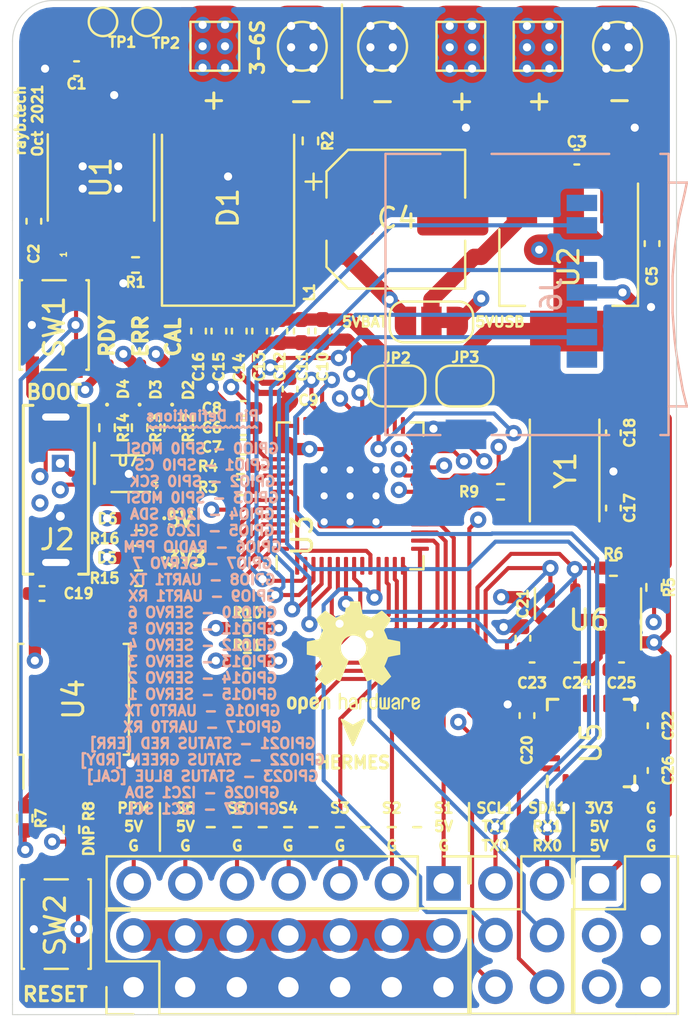
<source format=kicad_pcb>
(kicad_pcb (version 20171130) (host pcbnew "(5.1.10-1-10_14)")
  (layers (0 F.Cu signal) (1 GND signal hide) (2 In2.Cu signal hide) (31 B.Cu signal hide) (34 B.Paste user) (35 F.Paste user) (36 B.SilkS user hide) (37 F.SilkS user) (38 B.Mask user) (39 F.Mask user hide) (44 Edge.Cuts user))
  (net 0 "")
  (net 1 GND)
  (net 2 +1V1)
  (net 3 FC_XIN)
  (net 4 +3V3)
  (net 5 VCC)
  (net 6 +5V)
  (net 7 FC_STATUS_BLUE)
  (net 8 FC_STATUS_RED)
  (net 9 "Net-(D2-Pad1)")
  (net 10 "Net-(D3-Pad1)")
  (net 11 FC_STATUS_GREEN)
  (net 12 FC_BOOTSEL)
  (net 13 FC_RUN)
  (net 14 FC_USB_VBUS)
  (net 15 FC_USB_D-)
  (net 16 FC_USB_D+)
  (net 17 FC_SERVO_1)
  (net 18 FC_SERVO_2)
  (net 19 FC_SERVO_3)
  (net 20 FC_SERVO_4)
  (net 21 FC_SERVO_5)
  (net 22 FC_SERVO_6)
  (net 23 "Net-(J6-Pad1)")
  (net 24 FC_I2C0_SCL)
  (net 25 FC_I2C0_SDA)
  (net 26 FC_QSPI_SS)
  (net 27 FC_XOUT)
  (net 28 FC_I2C1_SCL)
  (net 29 FC_I2C1_SDA)
  (net 30 FC_SWCLK)
  (net 31 FC_SWD)
  (net 32 FC_GPIO18)
  (net 33 FC_GPIO19)
  (net 34 FC_GPIO20)
  (net 35 FC_GPIO24)
  (net 36 FC_GPIO25)
  (net 37 FC_GPIO28_ADC2)
  (net 38 FC_GPIO29_ADC3)
  (net 39 FC_QSPI_SD3)
  (net 40 FC_QSPI_SCLK)
  (net 41 FC_QSPI_SD0)
  (net 42 FC_QSPI_SD2)
  (net 43 FC_QSPI_SD1)
  (net 44 REG_5VIN)
  (net 45 FC_SPI0_CS)
  (net 46 FC_SPI0_MOSI)
  (net 47 FC_SPI0_SCK)
  (net 48 FC_SPI0_MISO)
  (net 49 "Net-(J6-Pad8)")
  (net 50 FC_RADIO_PPM)
  (net 51 FC_UART1_TX)
  (net 52 FC_UART1_RX)
  (net 53 FC_SERVO_7)
  (net 54 FC_UART0_TX)
  (net 55 FC_UART0_RX)
  (net 56 "Net-(C2-Pad2)")
  (net 57 "Net-(C2-Pad1)")
  (net 58 "Net-(C18-Pad1)")
  (net 59 "Net-(C20-Pad1)")
  (net 60 "Net-(C22-Pad1)")
  (net 61 "Net-(C24-Pad1)")
  (net 62 "Net-(D4-Pad1)")
  (net 63 "Net-(J2-Pad4)")
  (net 64 "Net-(R1-Pad1)")
  (net 65 "Net-(U1-Pad2)")
  (net 66 "Net-(U1-Pad3)")
  (net 67 "Net-(U1-Pad5)")
  (net 68 "Net-(U5-Pad6)")
  (net 69 "Net-(U5-Pad7)")
  (net 70 "Net-(U5-Pad9)")
  (net 71 "Net-(U5-Pad12)")
  (net 72 "Net-(U6-Pad5)")
  (net 73 "Net-(U6-Pad6)")
  (net 74 /FlightControlComputer/USB+)
  (net 75 /FlightControlComputer/USB-)
  (net 76 /FlightControlComputer/3V_MCU)
  (net 77 3V3_IO)
  (net 78 "Net-(D5-Pad1)")
  (net 79 "Net-(D6-Pad1)")
  (net 80 "Net-(J2-Pad3)")
  (net 81 "Net-(J2-Pad2)")
  (module Symbol:OSHW-Logo2_7.3x6mm_SilkScreen (layer F.Cu) (at 207.12 75.95)
    (fp_text reference REF** hide)
    (fp_text value OSHW-Logo2_7.3x6mm_SilkScreen hide)
  )
  (module Package_TO_SOT_SMD:SOT-666 (layer F.Cu) (at 196.02 66.91 180)
    (fp_text reference U7 (at 0 0.64) (layer F.SilkS) (effects (font (size 0.5 0.5) (thickness 0.125))))
    (fp_text value USBLC6-2P6)
    (pad 6 smd rect (at 0.85 -0.5375 180) (size 0.5 0.375) (layers F.Cu F.Paste F.Mask) (net 80 "Net-(J2-Pad3)"))
    (pad 4 smd rect (at 0.85 0.5375 180) (size 0.5 0.375) (layers F.Cu F.Paste F.Mask) (net 81 "Net-(J2-Pad2)"))
    (pad 2 smd rect (at -0.925 0 180) (size 0.65 0.3) (layers F.Cu F.Paste F.Mask) (net 1 GND))
    (pad 5 smd rect (at 0.925 0 180) (size 0.65 0.3) (layers F.Cu F.Paste F.Mask) (net 14 FC_USB_VBUS))
    (pad 3 smd rect (at -0.85 0.5375 180) (size 0.5 0.375) (layers F.Cu F.Paste F.Mask) (net 15 FC_USB_D-))
    (pad 1 smd rect (at -0.85 -0.5375 180) (size 0.5 0.375) (layers F.Cu F.Paste F.Mask) (net 16 FC_USB_D+))
  )
  (module Jumper:SolderJumper-2_P1.3mm_Open_RoundedPad1.0x1.5mm (layer F.Cu) (at 212.6 62.6)
    (fp_text reference JP3 (at 0.02 -1.41) (layer F.SilkS) (effects (font (size 0.5 0.5) (thickness 0.125))))
    (fp_text value IO_EN)
    (pad 2 smd custom (at 0.65 0) (size 1 0.5) (layers F.Cu F.Mask) (net 77 3V3_IO) (options (clearance outline) (anchor rect)) (primitives (gr_circle (center 0 0.25) (end 0.5 0.25) (width 0)) (gr_circle (center 0 -0.25) (end 0.5 -0.25) (width 0)) (gr_poly (pts (xy 0 -0.75) (xy -0.5 -0.75) (xy -0.5 0.75) (xy 0 0.75)) (width 0))))
    (pad 1 smd custom (at -0.65 0) (size 1 0.5) (layers F.Cu F.Mask) (net 4 +3V3) (options (clearance outline) (anchor rect)) (primitives (gr_circle (center 0 0.25) (end 0.5 0.25) (width 0)) (gr_circle (center 0 -0.25) (end 0.5 -0.25) (width 0)) (gr_poly (pts (xy 0 -0.75) (xy 0.5 -0.75) (xy 0.5 0.75) (xy 0 0.75)) (width 0))))
  )
  (module Jumper:SolderJumper-2_P1.3mm_Open_RoundedPad1.0x1.5mm (layer F.Cu) (at 209.25 62.6 180)
    (fp_text reference JP2 (at 0 1.37) (layer F.SilkS) (effects (font (size 0.5 0.5) (thickness 0.125))))
    (fp_text value MCU_EN)
    (pad 2 smd custom (at 0.65 0 180) (size 1 0.5) (layers F.Cu F.Mask) (net 76 /FlightControlComputer/3V_MCU) (options (clearance outline) (anchor rect)) (primitives (gr_circle (center 0 0.25) (end 0.5 0.25) (width 0)) (gr_circle (center 0 -0.25) (end 0.5 -0.25) (width 0)) (gr_poly (pts (xy 0 -0.75) (xy -0.5 -0.75) (xy -0.5 0.75) (xy 0 0.75)) (width 0))))
    (pad 1 smd custom (at -0.65 0 180) (size 1 0.5) (layers F.Cu F.Mask) (net 4 +3V3) (options (clearance outline) (anchor rect)) (primitives (gr_circle (center 0 0.25) (end 0.5 0.25) (width 0)) (gr_circle (center 0 -0.25) (end 0.5 -0.25) (width 0)) (gr_poly (pts (xy 0 -0.75) (xy 0.5 -0.75) (xy 0.5 0.75) (xy 0 0.75)) (width 0))))
  )
  (module Resistor_SMD:R_0402_1005Metric_Pad0.72x0.64mm_HandSolder (layer F.Cu) (at 196.55 70.075 180)
    (fp_text reference R16 (at 1.675 -0.025) (layer F.SilkS) (effects (font (size 0.5 0.5) (thickness 0.125))))
    (fp_text value 33R)
    (pad 2 smd roundrect (at 0.5975 0 180) (size 0.715 0.64) (layers F.Cu F.Paste F.Mask) (net 1 GND))
    (pad 1 smd roundrect (at -0.5975 0 180) (size 0.715 0.64) (layers F.Cu F.Paste F.Mask) (net 79 "Net-(D6-Pad1)"))
  )
  (module Resistor_SMD:R_0402_1005Metric_Pad0.72x0.64mm_HandSolder (layer F.Cu) (at 196.55 72.05 180)
    (fp_text reference R15 (at 1.675 0) (layer F.SilkS) (effects (font (size 0.5 0.5) (thickness 0.125))))
    (fp_text value 33R)
    (pad 2 smd roundrect (at 0.5975 0 180) (size 0.715 0.64) (layers F.Cu F.Paste F.Mask) (net 1 GND))
    (pad 1 smd roundrect (at -0.5975 0 180) (size 0.715 0.64) (layers F.Cu F.Paste F.Mask) (net 78 "Net-(D5-Pad1)"))
  )
  (module LED_SMD:LED_0402_1005Metric_Pad0.77x0.64mm_HandSolder (layer F.Cu) (at 196.55 69.1 180)
    (fp_text reference D6 (at 1.525 -0.025) (layer F.SilkS) (effects (font (size 0.5 0.5) (thickness 0.125))))
    (fp_text value LED_R)
    (pad 2 smd roundrect (at 0.5725 0 180) (size 0.765 0.64) (layers F.Cu F.Paste F.Mask) (net 6 +5V))
    (pad 1 smd roundrect (at -0.5725 0 180) (size 0.765 0.64) (layers F.Cu F.Paste F.Mask) (net 79 "Net-(D6-Pad1)"))
  )
  (module LED_SMD:LED_0402_1005Metric_Pad0.77x0.64mm_HandSolder (layer F.Cu) (at 196.55 71.05 180)
    (fp_text reference D5 (at 1.55 0) (layer F.SilkS) (effects (font (size 0.5 0.5) (thickness 0.125))))
    (fp_text value LED_R)
    (pad 2 smd roundrect (at 0.5725 0 180) (size 0.765 0.64) (layers F.Cu F.Paste F.Mask) (net 4 +3V3))
    (pad 1 smd roundrect (at -0.5725 0 180) (size 0.765 0.64) (layers F.Cu F.Paste F.Mask) (net 78 "Net-(D5-Pad1)"))
  )
  (module Button_Switch_SMD:SW_SPST_PTS810 (layer F.Cu) (at 192.5 89.05 270)
    (fp_text reference SW2 (at 0.05 0.05 90) (layer F.SilkS))
    (fp_text value RESET hide)
    (pad 2 smd rect (at 2.075 1.075 270) (size 1.05 0.65) (layers F.Cu F.Paste F.Mask) (net 1 GND))
    (pad 2 smd rect (at -2.075 1.075 270) (size 1.05 0.65) (layers F.Cu F.Paste F.Mask) (net 1 GND))
    (pad 1 smd rect (at 2.075 -1.075 270) (size 1.05 0.65) (layers F.Cu F.Paste F.Mask) (net 13 FC_RUN))
    (pad 1 smd rect (at -2.075 -1.075 270) (size 1.05 0.65) (layers F.Cu F.Paste F.Mask) (net 13 FC_RUN))
  )
  (module Button_Switch_SMD:SW_SPST_PTS810 (layer F.Cu) (at 192.4 59.6 270)
    (fp_text reference SW1 (at 0.1 0 90) (layer F.SilkS))
    (fp_text value BOOT_SEL hide)
    (pad 2 smd rect (at 2.075 1.075 270) (size 1.05 0.65) (layers F.Cu F.Paste F.Mask) (net 1 GND))
    (pad 2 smd rect (at -2.075 1.075 270) (size 1.05 0.65) (layers F.Cu F.Paste F.Mask) (net 1 GND))
    (pad 1 smd rect (at 2.075 -1.075 270) (size 1.05 0.65) (layers F.Cu F.Paste F.Mask) (net 12 FC_BOOTSEL))
    (pad 1 smd rect (at -2.075 -1.075 270) (size 1.05 0.65) (layers F.Cu F.Paste F.Mask) (net 12 FC_BOOTSEL))
  )
  (module Capacitor_SMD:C_0402_1005Metric_Pad0.74x0.62mm_HandSolder (layer F.Cu) (at 201.7 63.7 180)
    (fp_text reference C8 (at 1.55 0) (layer F.SilkS) (effects (font (size 0.5 0.5) (thickness 0.125))))
    (fp_text value 100n hide)
    (pad 2 smd roundrect (at 0.5675 0 180) (size 0.735 0.62) (layers F.Cu F.Paste F.Mask) (net 1 GND))
    (pad 1 smd roundrect (at -0.5675 0 180) (size 0.735 0.62) (layers F.Cu F.Paste F.Mask) (net 2 +1V1))
  )
  (module TestPoint:TestPoint_Pad_D1.0mm (layer F.Cu) (at 196.95 44.7)
    (fp_text reference TP2 (at 0.95 1.05 180) (layer F.SilkS) (effects (font (size 0.5 0.5) (thickness 0.125))))
    (fp_text value 5V_BAT_Probe hide)
    (pad 1 smd circle (at 0 0) (size 1 1) (layers F.Cu F.Mask) (net 5 VCC))
  )
  (module TestPoint:TestPoint_Pad_D1.0mm (layer F.Cu) (at 194.8 44.7)
    (fp_text reference TP1 (at 0.95 1 180) (layer F.SilkS) (effects (font (size 0.5 0.5) (thickness 0.125))))
    (fp_text value GND_BAT_Probe hide)
    (pad 1 smd circle (at 0 0) (size 1 1) (layers F.Cu F.Mask) (net 1 GND))
  )
  (module Connector_USB:USB_Micro-B_Wuerth_614105150721_Vertical (layer F.Cu) (at 192.7 66.4 270)
    (fp_text reference J2 (at 3.75 0.15 180) (layer F.SilkS))
    (fp_text value Connector_USB_B_Micro hide)
    (pad 6 thru_hole oval (at 4.875 0.22 270) (size 0.85 1.85) (drill oval 0.35 1.35) (layers *.Cu *.Mask) (net 1 GND))
    (pad 6 thru_hole oval (at -2.275 0.22 270) (size 0.85 1.85) (drill oval 0.35 1.35) (layers *.Cu *.Mask) (net 1 GND))
    (pad 5 thru_hole circle (at 2.6 0 270) (size 0.84 0.84) (drill 0.44) (layers *.Cu *.Mask) (net 1 GND))
    (pad 4 thru_hole circle (at 1.95 1 270) (size 0.84 0.84) (drill 0.44) (layers *.Cu *.Mask) (net 63 "Net-(J2-Pad4)"))
    (pad 3 thru_hole circle (at 1.3 0 270) (size 0.84 0.84) (drill 0.44) (layers *.Cu *.Mask) (net 80 "Net-(J2-Pad3)"))
    (pad 2 thru_hole circle (at 0.65 1 270) (size 0.84 0.84) (drill 0.44) (layers *.Cu *.Mask) (net 81 "Net-(J2-Pad2)"))
    (pad 1 thru_hole rect (at 0 0 270) (size 0.84 0.84) (drill 0.44) (layers *.Cu *.Mask) (net 14 FC_USB_VBUS))
  )
  (module Connector_PinHeader_2.54mm:PinHeader_2x03_P2.54mm_Vertical (layer F.Cu) (at 219.2 87.05)
    (fp_text reference J7 hide)
    (fp_text value "IO Power" hide)
    (pad 6 thru_hole oval (at 2.54 5.08) (size 1.7 1.7) (drill 1) (layers *.Cu *.Mask) (net 1 GND))
    (pad 5 thru_hole oval (at 0 5.08) (size 1.7 1.7) (drill 1) (layers *.Cu *.Mask) (net 6 +5V))
    (pad 4 thru_hole oval (at 2.54 2.54) (size 1.7 1.7) (drill 1) (layers *.Cu *.Mask) (net 1 GND))
    (pad 3 thru_hole oval (at 0 2.54) (size 1.7 1.7) (drill 1) (layers *.Cu *.Mask) (net 6 +5V))
    (pad 2 thru_hole oval (at 2.54 0) (size 1.7 1.7) (drill 1) (layers *.Cu *.Mask) (net 1 GND))
    (pad 1 thru_hole rect (at 0 0) (size 1.7 1.7) (drill 1) (layers *.Cu *.Mask) (net 77 3V3_IO))
  )
  (module Connector_PinHeader_2.54mm:PinHeader_2x03_P2.54mm_Vertical (layer F.Cu) (at 214.1 87.05)
    (fp_text reference J5 hide)
    (fp_text value "Additional IO" hide)
    (pad 6 thru_hole oval (at 2.54 5.08) (size 1.7 1.7) (drill 1) (layers *.Cu *.Mask) (net 55 FC_UART0_RX))
    (pad 5 thru_hole oval (at 0 5.08) (size 1.7 1.7) (drill 1) (layers *.Cu *.Mask) (net 54 FC_UART0_TX))
    (pad 4 thru_hole oval (at 2.54 2.54) (size 1.7 1.7) (drill 1) (layers *.Cu *.Mask) (net 52 FC_UART1_RX))
    (pad 3 thru_hole oval (at 0 2.54) (size 1.7 1.7) (drill 1) (layers *.Cu *.Mask) (net 51 FC_UART1_TX))
    (pad 2 thru_hole oval (at 2.54 0) (size 1.7 1.7) (drill 1) (layers *.Cu *.Mask) (net 29 FC_I2C1_SDA))
    (pad 1 thru_hole circle (at 0 0) (size 1.7 1.7) (drill 1) (layers *.Cu *.Mask) (net 28 FC_I2C1_SCL))
  )
  (module Connector_PinHeader_2.54mm:PinHeader_2x07_P2.54mm_Vertical (layer F.Cu) (at 196.3 92.15 90)
    (fp_text reference J4 hide)
    (fp_text value Conn_02x07_Odd_Even hide)
    (pad 14 thru_hole oval (at 2.54 15.24 90) (size 1.7 1.7) (drill 1) (layers *.Cu *.Mask) (net 6 +5V))
    (pad 13 thru_hole oval (at 0 15.24 90) (size 1.7 1.7) (drill 1) (layers *.Cu *.Mask) (net 1 GND))
    (pad 12 thru_hole oval (at 2.54 12.7 90) (size 1.7 1.7) (drill 1) (layers *.Cu *.Mask) (net 6 +5V))
    (pad 11 thru_hole oval (at 0 12.7 90) (size 1.7 1.7) (drill 1) (layers *.Cu *.Mask) (net 1 GND))
    (pad 10 thru_hole oval (at 2.54 10.16 90) (size 1.7 1.7) (drill 1) (layers *.Cu *.Mask) (net 6 +5V))
    (pad 9 thru_hole oval (at 0 10.16 90) (size 1.7 1.7) (drill 1) (layers *.Cu *.Mask) (net 1 GND))
    (pad 8 thru_hole oval (at 2.54 7.62 90) (size 1.7 1.7) (drill 1) (layers *.Cu *.Mask) (net 6 +5V))
    (pad 7 thru_hole oval (at 0 7.62 90) (size 1.7 1.7) (drill 1) (layers *.Cu *.Mask) (net 1 GND))
    (pad 6 thru_hole oval (at 2.54 5.08 90) (size 1.7 1.7) (drill 1) (layers *.Cu *.Mask) (net 6 +5V))
    (pad 5 thru_hole oval (at 0 5.08 90) (size 1.7 1.7) (drill 1) (layers *.Cu *.Mask) (net 1 GND))
    (pad 4 thru_hole oval (at 2.54 2.54 90) (size 1.7 1.7) (drill 1) (layers *.Cu *.Mask) (net 6 +5V))
    (pad 3 thru_hole oval (at 0 2.54 90) (size 1.7 1.7) (drill 1) (layers *.Cu *.Mask) (net 1 GND))
    (pad 2 thru_hole oval (at 2.54 0 90) (size 1.7 1.7) (drill 1) (layers *.Cu *.Mask) (net 6 +5V))
    (pad 1 thru_hole rect (at 0 0 90) (size 1.7 1.7) (drill 1) (layers *.Cu *.Mask) (net 1 GND))
  )
  (module Connector_PinHeader_2.54mm:PinHeader_1x07_P2.54mm_Vertical (layer F.Cu) (at 211.55 87.05 270)
    (fp_text reference J3 hide)
    (fp_text value Conn_01x07 hide)
    (pad 7 thru_hole oval (at 0 15.24 270) (size 1.7 1.7) (drill 1) (layers *.Cu *.Mask) (net 50 FC_RADIO_PPM))
    (pad 6 thru_hole oval (at 0 12.7 270) (size 1.7 1.7) (drill 1) (layers *.Cu *.Mask) (net 22 FC_SERVO_6))
    (pad 5 thru_hole oval (at 0 10.16 270) (size 1.7 1.7) (drill 1) (layers *.Cu *.Mask) (net 21 FC_SERVO_5))
    (pad 4 thru_hole oval (at 0 7.62 270) (size 1.7 1.7) (drill 1) (layers *.Cu *.Mask) (net 20 FC_SERVO_4))
    (pad 3 thru_hole oval (at 0 5.08 270) (size 1.7 1.7) (drill 1) (layers *.Cu *.Mask) (net 19 FC_SERVO_3))
    (pad 2 thru_hole oval (at 0 2.54 270) (size 1.7 1.7) (drill 1) (layers *.Cu *.Mask) (net 18 FC_SERVO_2))
    (pad 1 thru_hole rect (at 0 0 270) (size 1.7 1.7) (drill 1) (layers *.Cu *.Mask) (net 17 FC_SERVO_1))
  )
  (module Crystal:Crystal_SMD_TXC_7A-2Pin_5x3.2mm (layer F.Cu) (at 217.5 66.75 90)
    (fp_text reference Y1 (at 0 0.05 90) (layer F.SilkS))
    (fp_text value "12MHz ±30ppm 12pF 50Ω SMD-5032_2P SMD" hide)
    (pad 2 smd rect (at 1.85 0 90) (size 1.7 2.4) (layers F.Cu F.Paste F.Mask) (net 58 "Net-(C18-Pad1)"))
    (pad 1 smd rect (at -1.85 0 90) (size 1.7 2.4) (layers F.Cu F.Paste F.Mask) (net 3 FC_XIN))
  )
  (module Connector_Card:microSD_HC_Wuerth_693072010801 (layer B.Cu) (at 216.8 58.1 90)
    (fp_text reference J6 (at 0 0.05 270) (layer B.SilkS) (effects (justify mirror)))
    (fp_text value Micro_SD_Card hide)
    (pad 1 smd rect (at -3.2 1.55 90) (size 0.8 1.5) (layers B.Cu B.Paste B.Mask) (net 23 "Net-(J6-Pad1)"))
    (pad 2 smd rect (at -2.1 1.55 90) (size 0.8 1.5) (layers B.Cu B.Paste B.Mask) (net 45 FC_SPI0_CS))
    (pad 3 smd rect (at -1 1.55 90) (size 0.8 1.5) (layers B.Cu B.Paste B.Mask) (net 46 FC_SPI0_MOSI))
    (pad 4 smd rect (at 0.1 1.55 90) (size 0.8 1.5) (layers B.Cu B.Paste B.Mask) (net 77 3V3_IO))
    (pad 5 smd rect (at 1.2 1.55 90) (size 0.8 1.5) (layers B.Cu B.Paste B.Mask) (net 47 FC_SPI0_SCK))
    (pad 6 smd rect (at 2.3 1.55 90) (size 0.8 1.5) (layers B.Cu B.Paste B.Mask) (net 1 GND))
    (pad 7 smd rect (at 3.4 1.55 90) (size 0.8 1.5) (layers B.Cu B.Paste B.Mask) (net 48 FC_SPI0_MISO))
    (pad 8 smd rect (at 4.5 1.55 90) (size 0.8 1.5) (layers B.Cu B.Paste B.Mask) (net 49 "Net-(J6-Pad8)"))
    (pad 9 smd rect (at 6.875 -4.15 90) (size 1.45 2) (layers B.Cu B.Paste B.Mask) (net 1 GND))
    (pad 9 smd rect (at -6.875 -4.15 90) (size 1.45 2) (layers B.Cu B.Paste B.Mask) (net 1 GND))
    (pad 9 smd rect (at -6.875 4.15 90) (size 1.45 2) (layers B.Cu B.Paste B.Mask) (net 1 GND))
    (pad 9 smd rect (at 6.875 4.15 90) (size 1.45 2) (layers B.Cu B.Paste B.Mask) (net 1 GND))
  )
  (module Capacitor_SMD:C_0402_1005Metric_Pad0.74x0.62mm_HandSolder (layer F.Cu) (at 201.7 64.65 180)
    (fp_text reference C6 (at 1.55 0) (layer F.SilkS) (effects (font (size 0.5 0.5) (thickness 0.125))))
    (fp_text value 100n hide)
    (pad 2 smd roundrect (at 0.5675 0 180) (size 0.735 0.62) (layers F.Cu F.Paste F.Mask) (net 1 GND))
    (pad 1 smd roundrect (at -0.5675 0 180) (size 0.735 0.62) (layers F.Cu F.Paste F.Mask) (net 2 +1V1))
  )
  (module Capacitor_SMD:C_0402_1005Metric_Pad0.74x0.62mm_HandSolder (layer F.Cu) (at 201.7 65.6 180)
    (fp_text reference C7 (at 1.55 0) (layer F.SilkS) (effects (font (size 0.5 0.5) (thickness 0.125))))
    (fp_text value 1u hide)
    (pad 1 smd roundrect (at -0.5675 0 180) (size 0.735 0.62) (layers F.Cu F.Paste F.Mask) (net 2 +1V1))
    (pad 2 smd roundrect (at 0.5675 0 180) (size 0.735 0.62) (layers F.Cu F.Paste F.Mask) (net 1 GND))
  )
  (module Capacitor_SMD:C_0402_1005Metric_Pad0.74x0.62mm_HandSolder (layer F.Cu) (at 204 62.75 90)
    (fp_text reference C9 (at -0.55 0.9 180) (layer F.SilkS) (effects (font (size 0.5 0.5) (thickness 0.125))))
    (fp_text value 1u hide)
    (pad 2 smd roundrect (at 0.5675 0 90) (size 0.735 0.62) (layers F.Cu F.Paste F.Mask) (net 1 GND))
    (pad 1 smd roundrect (at -0.5675 0 90) (size 0.735 0.62) (layers F.Cu F.Paste F.Mask) (net 76 /FlightControlComputer/3V_MCU))
  )
  (module Capacitor_SMD:C_0402_1005Metric_Pad0.74x0.62mm_HandSolder (layer F.Cu) (at 205.6 59.9 270)
    (fp_text reference C10 (at 1.75 0 90) (layer F.SilkS) (effects (font (size 0.5 0.5) (thickness 0.125))))
    (fp_text value 100n hide)
    (pad 2 smd roundrect (at 0.5675 0 270) (size 0.735 0.62) (layers F.Cu F.Paste F.Mask) (net 1 GND))
    (pad 1 smd roundrect (at -0.5675 0 270) (size 0.735 0.62) (layers F.Cu F.Paste F.Mask) (net 76 /FlightControlComputer/3V_MCU))
  )
  (module Capacitor_SMD:C_0402_1005Metric_Pad0.74x0.62mm_HandSolder (layer F.Cu) (at 204.55 59.9 270)
    (fp_text reference C11 (at 1.75 -0.05 90) (layer F.SilkS) (effects (font (size 0.5 0.5) (thickness 0.125))))
    (fp_text value 100n hide)
    (pad 1 smd roundrect (at -0.5675 0 270) (size 0.735 0.62) (layers F.Cu F.Paste F.Mask) (net 76 /FlightControlComputer/3V_MCU))
    (pad 2 smd roundrect (at 0.5675 0 270) (size 0.735 0.62) (layers F.Cu F.Paste F.Mask) (net 1 GND))
  )
  (module Capacitor_SMD:C_0402_1005Metric_Pad0.74x0.62mm_HandSolder (layer F.Cu) (at 203.5 59.9 270)
    (fp_text reference C12 (at 1.75 0 90) (layer F.SilkS) (effects (font (size 0.5 0.5) (thickness 0.125))))
    (fp_text value 100n hide)
    (pad 2 smd roundrect (at 0.5675 0 270) (size 0.735 0.62) (layers F.Cu F.Paste F.Mask) (net 1 GND))
    (pad 1 smd roundrect (at -0.5675 0 270) (size 0.735 0.62) (layers F.Cu F.Paste F.Mask) (net 76 /FlightControlComputer/3V_MCU))
  )
  (module Capacitor_SMD:C_0402_1005Metric_Pad0.74x0.62mm_HandSolder (layer F.Cu) (at 202.5 59.9 270)
    (fp_text reference C13 (at 1.75 0 90) (layer F.SilkS) (effects (font (size 0.5 0.5) (thickness 0.125))))
    (fp_text value 100n hide)
    (pad 1 smd roundrect (at -0.5675 0 270) (size 0.735 0.62) (layers F.Cu F.Paste F.Mask) (net 76 /FlightControlComputer/3V_MCU))
    (pad 2 smd roundrect (at 0.5675 0 270) (size 0.735 0.62) (layers F.Cu F.Paste F.Mask) (net 1 GND))
  )
  (module Capacitor_SMD:C_0402_1005Metric_Pad0.74x0.62mm_HandSolder (layer F.Cu) (at 201.5 59.9 270)
    (fp_text reference C14 (at 1.8 0 90) (layer F.SilkS) (effects (font (size 0.5 0.5) (thickness 0.125))))
    (fp_text value 100n hide)
    (pad 1 smd roundrect (at -0.5675 0 270) (size 0.735 0.62) (layers F.Cu F.Paste F.Mask) (net 76 /FlightControlComputer/3V_MCU))
    (pad 2 smd roundrect (at 0.5675 0 270) (size 0.735 0.62) (layers F.Cu F.Paste F.Mask) (net 1 GND))
  )
  (module Capacitor_SMD:C_0402_1005Metric_Pad0.74x0.62mm_HandSolder (layer F.Cu) (at 200.5 59.9 270)
    (fp_text reference C15 (at 1.75 0 90) (layer F.SilkS) (effects (font (size 0.5 0.5) (thickness 0.125))))
    (fp_text value 100n hide)
    (pad 2 smd roundrect (at 0.5675 0 270) (size 0.735 0.62) (layers F.Cu F.Paste F.Mask) (net 1 GND))
    (pad 1 smd roundrect (at -0.5675 0 270) (size 0.735 0.62) (layers F.Cu F.Paste F.Mask) (net 76 /FlightControlComputer/3V_MCU))
  )
  (module Capacitor_SMD:C_0402_1005Metric_Pad0.74x0.62mm_HandSolder (layer F.Cu) (at 199.5 59.9 270)
    (fp_text reference C16 (at 1.75 0 90) (layer F.SilkS) (effects (font (size 0.5 0.5) (thickness 0.125))))
    (fp_text value 100n hide)
    (pad 1 smd roundrect (at -0.5675 0 270) (size 0.735 0.62) (layers F.Cu F.Paste F.Mask) (net 76 /FlightControlComputer/3V_MCU))
    (pad 2 smd roundrect (at 0.5675 0 270) (size 0.735 0.62) (layers F.Cu F.Paste F.Mask) (net 1 GND))
  )
  (module Capacitor_SMD:C_0402_1005Metric_Pad0.74x0.62mm_HandSolder (layer F.Cu) (at 219.9 68.6 90)
    (fp_text reference C17 (at 0 0.8 90) (layer F.SilkS) (effects (font (size 0.5 0.5) (thickness 0.125))))
    (fp_text value 14pF hide)
    (pad 1 smd roundrect (at -0.5675 0 90) (size 0.735 0.62) (layers F.Cu F.Paste F.Mask) (net 3 FC_XIN))
    (pad 2 smd roundrect (at 0.5675 0 90) (size 0.735 0.62) (layers F.Cu F.Paste F.Mask) (net 1 GND))
  )
  (module Capacitor_SMD:C_0402_1005Metric_Pad0.74x0.62mm_HandSolder (layer F.Cu) (at 219.9 64.9 270)
    (fp_text reference C18 (at 0 -0.8 90) (layer F.SilkS) (effects (font (size 0.5 0.5) (thickness 0.125))))
    (fp_text value 14pF hide)
    (pad 2 smd roundrect (at 0.5675 0 270) (size 0.735 0.62) (layers F.Cu F.Paste F.Mask) (net 1 GND))
    (pad 1 smd roundrect (at -0.5675 0 270) (size 0.735 0.62) (layers F.Cu F.Paste F.Mask) (net 58 "Net-(C18-Pad1)"))
  )
  (module Capacitor_SMD:C_0402_1005Metric_Pad0.74x0.62mm_HandSolder (layer F.Cu) (at 191.8 72.8)
    (fp_text reference C19 (at 1.8 0) (layer F.SilkS) (effects (font (size 0.5 0.5) (thickness 0.125))))
    (fp_text value 100n hide)
    (pad 2 smd roundrect (at 0.5675 0) (size 0.735 0.62) (layers F.Cu F.Paste F.Mask) (net 1 GND))
    (pad 1 smd roundrect (at -0.5675 0) (size 0.735 0.62) (layers F.Cu F.Paste F.Mask) (net 77 3V3_IO))
  )
  (module Capacitor_SMD:C_0402_1005Metric_Pad0.74x0.62mm_HandSolder (layer F.Cu) (at 215.65 78.8 90)
    (fp_text reference C20 (at -1.7 0 90) (layer F.SilkS) (effects (font (size 0.5 0.5) (thickness 0.125))))
    (fp_text value 2.2nF hide)
    (pad 1 smd roundrect (at -0.5675 0 90) (size 0.735 0.62) (layers F.Cu F.Paste F.Mask) (net 59 "Net-(C20-Pad1)"))
    (pad 2 smd roundrect (at 0.5675 0 90) (size 0.735 0.62) (layers F.Cu F.Paste F.Mask) (net 1 GND))
  )
  (module Capacitor_SMD:C_0402_1005Metric_Pad0.74x0.62mm_HandSolder (layer F.Cu) (at 215.45 75 90)
    (fp_text reference C21 (at 1.7 0 90) (layer F.SilkS) (effects (font (size 0.5 0.5) (thickness 0.125))))
    (fp_text value 0.1u hide)
    (pad 1 smd roundrect (at -0.5675 0 90) (size 0.735 0.62) (layers F.Cu F.Paste F.Mask) (net 77 3V3_IO))
    (pad 2 smd roundrect (at 0.5675 0 90) (size 0.735 0.62) (layers F.Cu F.Paste F.Mask) (net 1 GND))
  )
  (module Capacitor_SMD:C_0402_1005Metric_Pad0.74x0.62mm_HandSolder (layer F.Cu) (at 221.95 79.3 90)
    (fp_text reference C22 (at 0 0.65 90) (layer F.SilkS) (effects (font (size 0.5 0.5) (thickness 0.125))))
    (fp_text value 0.1uF hide)
    (pad 2 smd roundrect (at 0.5675 0 90) (size 0.735 0.62) (layers F.Cu F.Paste F.Mask) (net 1 GND))
    (pad 1 smd roundrect (at -0.5675 0 90) (size 0.735 0.62) (layers F.Cu F.Paste F.Mask) (net 60 "Net-(C22-Pad1)"))
  )
  (module Capacitor_SMD:C_0402_1005Metric_Pad0.74x0.62mm_HandSolder (layer F.Cu) (at 215.9 76.55)
    (fp_text reference C23 (at 0 0.65) (layer F.SilkS) (effects (font (size 0.5 0.5) (thickness 0.125))))
    (fp_text value 10u hide)
    (pad 2 smd roundrect (at 0.5675 0) (size 0.735 0.62) (layers F.Cu F.Paste F.Mask) (net 1 GND))
    (pad 1 smd roundrect (at -0.5675 0) (size 0.735 0.62) (layers F.Cu F.Paste F.Mask) (net 77 3V3_IO))
  )
  (module Capacitor_SMD:C_0402_1005Metric_Pad0.74x0.62mm_HandSolder (layer F.Cu) (at 218.1 76.55)
    (fp_text reference C24 (at 0 0.65) (layer F.SilkS) (effects (font (size 0.5 0.5) (thickness 0.125))))
    (fp_text value 0.1u hide)
    (pad 1 smd roundrect (at -0.5675 0) (size 0.735 0.62) (layers F.Cu F.Paste F.Mask) (net 61 "Net-(C24-Pad1)"))
    (pad 2 smd roundrect (at 0.5675 0) (size 0.735 0.62) (layers F.Cu F.Paste F.Mask) (net 1 GND))
  )
  (module Capacitor_SMD:C_0402_1005Metric_Pad0.74x0.62mm_HandSolder (layer F.Cu) (at 220.3 76.55 180)
    (fp_text reference C25 (at 0 -0.65 180) (layer F.SilkS) (effects (font (size 0.5 0.5) (thickness 0.125))))
    (fp_text value 10nF hide)
    (pad 1 smd roundrect (at -0.5675 0 180) (size 0.735 0.62) (layers F.Cu F.Paste F.Mask) (net 1 GND))
    (pad 2 smd roundrect (at 0.5675 0 180) (size 0.735 0.62) (layers F.Cu F.Paste F.Mask) (net 77 3V3_IO))
  )
  (module Capacitor_SMD:C_0402_1005Metric_Pad0.74x0.62mm_HandSolder (layer F.Cu) (at 221.95 81.5 270)
    (fp_text reference C26 (at 0 -0.65 90) (layer F.SilkS) (effects (font (size 0.5 0.5) (thickness 0.125))))
    (fp_text value 0.1uF hide)
    (pad 1 smd roundrect (at -0.5675 0 270) (size 0.735 0.62) (layers F.Cu F.Paste F.Mask) (net 77 3V3_IO))
    (pad 2 smd roundrect (at 0.5675 0 270) (size 0.735 0.62) (layers F.Cu F.Paste F.Mask) (net 1 GND))
  )
  (module Capacitor_SMD:C_0402_1005Metric_Pad0.74x0.62mm_HandSolder (layer F.Cu) (at 193.5 47 180)
    (fp_text reference C1 (at 0 -0.75) (layer F.SilkS) (effects (font (size 0.5 0.5) (thickness 0.125))))
    (fp_text value 10uF hide)
    (pad 1 smd roundrect (at -0.5675 0 180) (size 0.735 0.62) (layers F.Cu F.Paste F.Mask) (net 5 VCC))
    (pad 2 smd roundrect (at 0.5675 0 180) (size 0.735 0.62) (layers F.Cu F.Paste F.Mask) (net 1 GND))
  )
  (module Capacitor_SMD:C_0402_1005Metric_Pad0.74x0.62mm_HandSolder (layer F.Cu) (at 191.4 54.5 90)
    (fp_text reference C2 (at -1.6 0 90) (layer F.SilkS) (effects (font (size 0.5 0.5) (thickness 0.125))))
    (fp_text value 10uF hide)
    (pad 2 smd roundrect (at 0.5675 0 90) (size 0.735 0.62) (layers F.Cu F.Paste F.Mask) (net 56 "Net-(C2-Pad2)"))
    (pad 1 smd roundrect (at -0.5675 0 90) (size 0.735 0.62) (layers F.Cu F.Paste F.Mask) (net 57 "Net-(C2-Pad1)"))
  )
  (module Capacitor_SMD:C_0402_1005Metric_Pad0.74x0.62mm_HandSolder (layer F.Cu) (at 218.1 51.35)
    (fp_text reference C3 (at 0 -0.75) (layer F.SilkS) (effects (font (size 0.5 0.5) (thickness 0.125))))
    (fp_text value 10uF hide)
    (pad 1 smd roundrect (at -0.5675 0) (size 0.735 0.62) (layers F.Cu F.Paste F.Mask) (net 44 REG_5VIN))
    (pad 2 smd roundrect (at 0.5675 0) (size 0.735 0.62) (layers F.Cu F.Paste F.Mask) (net 1 GND))
  )
  (module Capacitor_SMD:CP_Elec_6.3x5.4 (layer F.Cu) (at 209.2 54.4)
    (fp_text reference C4 (at 0.05 -0.05) (layer F.SilkS))
    (fp_text value 220uF hide)
    (pad 1 smd roundrect (at -2.8 0) (size 3.5 1.6) (layers F.Cu F.Paste F.Mask) (roundrect_rratio 0.15625) (net 6 +5V))
    (pad 2 smd roundrect (at 2.8 0) (size 3.5 1.6) (layers F.Cu F.Paste F.Mask) (roundrect_rratio 0.15625) (net 1 GND))
  )
  (module Capacitor_SMD:C_0402_1005Metric_Pad0.74x0.62mm_HandSolder (layer F.Cu) (at 221.8 55.6 90)
    (fp_text reference C5 (at -1.6 0 90) (layer F.SilkS) (effects (font (size 0.5 0.5) (thickness 0.125))))
    (fp_text value 10uF hide)
    (pad 2 smd roundrect (at 0.5675 0 90) (size 0.735 0.62) (layers F.Cu F.Paste F.Mask) (net 1 GND))
    (pad 1 smd roundrect (at -0.5675 0 90) (size 0.735 0.62) (layers F.Cu F.Paste F.Mask) (net 4 +3V3))
  )
  (module LED_SMD:LED_0402_1005Metric_Pad0.77x0.64mm_HandSolder (layer F.Cu) (at 198.2 62.25 90)
    (fp_text reference D2 (at -0.55 0.8 270) (layer F.SilkS) (effects (font (size 0.5 0.5) (thickness 0.125))))
    (fp_text value LED_B)
    (pad 1 smd roundrect (at -0.5725 0 90) (size 0.765 0.64) (layers F.Cu F.Paste F.Mask) (net 9 "Net-(D2-Pad1)"))
    (pad 2 smd roundrect (at 0.5725 0 90) (size 0.765 0.64) (layers F.Cu F.Paste F.Mask) (net 7 FC_STATUS_BLUE))
  )
  (module LED_SMD:LED_0402_1005Metric_Pad0.77x0.64mm_HandSolder (layer F.Cu) (at 196.6 62.25 90)
    (fp_text reference D3 (at -0.525 0.8 90) (layer F.SilkS) (effects (font (size 0.5 0.5) (thickness 0.125))))
    (fp_text value LED_R)
    (pad 2 smd roundrect (at 0.5725 0 90) (size 0.765 0.64) (layers F.Cu F.Paste F.Mask) (net 8 FC_STATUS_RED))
    (pad 1 smd roundrect (at -0.5725 0 90) (size 0.765 0.64) (layers F.Cu F.Paste F.Mask) (net 10 "Net-(D3-Pad1)"))
  )
  (module LED_SMD:LED_0402_1005Metric_Pad0.77x0.64mm_HandSolder (layer F.Cu) (at 195 62.25 90)
    (fp_text reference D4 (at -0.5 0.8 90) (layer F.SilkS) (effects (font (size 0.5 0.5) (thickness 0.125))))
    (fp_text value LED_G)
    (pad 1 smd roundrect (at -0.5725 0 90) (size 0.765 0.64) (layers F.Cu F.Paste F.Mask) (net 62 "Net-(D4-Pad1)"))
    (pad 2 smd roundrect (at 0.5725 0 90) (size 0.765 0.64) (layers F.Cu F.Paste F.Mask) (net 11 FC_STATUS_GREEN))
  )
  (module Diode_SMD:D_SMC (layer F.Cu) (at 200.95 53.85 90)
    (fp_text reference D1 (at 0 0 90) (layer F.SilkS))
    (fp_text value B340)
    (pad 1 smd rect (at -3.4 0 180) (size 3.3 2.5) (layers F.Cu F.Paste F.Mask) (net 57 "Net-(C2-Pad1)"))
    (pad 2 smd rect (at 3.4 0 180) (size 3.3 2.5) (layers F.Cu F.Paste F.Mask) (net 1 GND))
  )
  (module Jumper:SolderJumper-3_P1.3mm_Bridged12_RoundedPad1.0x1.5mm_NumberLabels (layer F.Cu) (at 210.95 59.45 180)
    (fp_text reference JP1 hide)
    (fp_text value SolderJumper_3_Bridged12 hide)
    (fp_poly (pts (xy -0.9 -0.3) (xy -0.4 -0.3) (xy -0.4 0.3) (xy -0.9 0.3)) (layer F.Cu) (width 0))
    (fp_text user 5VBAT (at 3.28 0) (layer F.SilkS) (effects (font (size 0.5 0.5) (thickness 0.125))))
    (fp_text user 5VUSB (at -3.37 0) (layer F.SilkS) (effects (font (size 0.5 0.5) (thickness 0.125))))
    (pad 3 smd custom (at 1.3 0 180) (size 1 0.5) (layers F.Cu F.Mask) (net 6 +5V) (options (clearance outline) (anchor rect)) (primitives (gr_circle (center 0 0.25) (end 0.5 0.25) (width 0)) (gr_circle (center 0 -0.25) (end 0.5 -0.25) (width 0)) (gr_poly (pts (xy -0.55 -0.75) (xy 0 -0.75) (xy 0 0.75) (xy -0.55 0.75)) (width 0))))
    (pad 2 smd rect (at 0 0 180) (size 1 1.5) (layers F.Cu F.Mask) (net 44 REG_5VIN))
    (pad 1 smd custom (at -1.3 0 180) (size 1 0.5) (layers F.Cu F.Mask) (net 14 FC_USB_VBUS) (options (clearance outline) (anchor rect)) (primitives (gr_poly (pts (xy 0.55 -0.75) (xy 0 -0.75) (xy 0 0.75) (xy 0.55 0.75)) (width 0)) (gr_circle (center 0 0.25) (end 0.5 0.25) (width 0)) (gr_circle (center 0 -0.25) (end 0.5 -0.25) (width 0))))
  )
  (module Inductor_SMD:L_0402_1005Metric (layer F.Cu) (at 204.95 56.75 270)
    (fp_text reference L1 (at 1.25 0 90) (layer F.SilkS) (effects (font (size 0.5 0.5) (thickness 0.125))))
    (fp_text value 15uH hide)
    (pad 1 smd roundrect (at -0.485 0 270) (size 0.59 0.64) (layers F.Cu F.Paste F.Mask) (net 6 +5V))
    (pad 2 smd roundrect (at 0.485 0 270) (size 0.59 0.64) (layers F.Cu F.Paste F.Mask) (net 57 "Net-(C2-Pad1)"))
  )
  (module TestPoint:TestPoint_Pad_2.0x2.0mm (layer F.Cu) (at 200.3 45.9 180)
    (fp_text reference P3 hide)
    (fp_text value LIPO_VCC hide)
    (pad 1 smd roundrect (at 0 0 180) (size 3 4) (layers F.Cu F.Mask) (net 5 VCC))
  )
  (module TestPoint:TestPoint_Pad_D2.0mm (layer F.Cu) (at 204.6 45.9)
    (fp_text reference P4 hide)
    (fp_text value LIPO_GND hide)
    (pad 1 smd roundrect (at 0 0) (size 3 4) (layers F.Cu F.Mask) (net 1 GND))
  )
  (module TestPoint:TestPoint_Pad_2.0x2.0mm (layer F.Cu) (at 212.4 45.9)
    (fp_text reference P1 hide)
    (fp_text value ESC1_VCC hide)
    (pad 1 smd roundrect (at 0 0) (size 3 4) (layers F.Cu F.Mask) (net 5 VCC))
  )
  (module TestPoint:TestPoint_Pad_D2.0mm (layer F.Cu) (at 208.55 45.9)
    (fp_text reference P2 hide)
    (fp_text value ESC1_GND hide)
    (pad 1 smd roundrect (at 0 0) (size 3 4) (layers F.Cu F.Mask) (net 1 GND))
  )
  (module TestPoint:TestPoint_Pad_2.0x2.0mm (layer F.Cu) (at 216.2 45.9)
    (fp_text reference P5 hide)
    (fp_text value ESC2_VCC hide)
    (pad 1 smd roundrect (at 0 0) (size 3 4) (layers F.Cu F.Mask) (net 5 VCC))
  )
  (module TestPoint:TestPoint_Pad_D2.0mm (layer F.Cu) (at 220.1 45.9)
    (fp_text reference P6 hide)
    (fp_text value ESC2_GND hide)
    (pad 1 smd roundrect (at 0 0) (size 3 4) (layers F.Cu F.Mask) (net 1 GND))
  )
  (module Resistor_SMD:R_0402_1005Metric_Pad0.72x0.64mm_HandSolder (layer F.Cu) (at 201.56 67.58)
    (fp_text reference R3 (at -1.6 0) (layer F.SilkS) (effects (font (size 0.5 0.5) (thickness 0.125))))
    (fp_text value 27 hide)
    (pad 2 smd roundrect (at 0.5975 0) (size 0.715 0.64) (layers F.Cu F.Paste F.Mask) (net 74 /FlightControlComputer/USB+))
    (pad 1 smd roundrect (at -0.5975 0) (size 0.715 0.64) (layers F.Cu F.Paste F.Mask) (net 16 FC_USB_D+))
  )
  (module Resistor_SMD:R_0402_1005Metric_Pad0.72x0.64mm_HandSolder (layer F.Cu) (at 201.56 66.55)
    (fp_text reference R4 (at -1.6 0) (layer F.SilkS) (effects (font (size 0.5 0.5) (thickness 0.125))))
    (fp_text value 27 hide)
    (pad 1 smd roundrect (at -0.5975 0) (size 0.715 0.64) (layers F.Cu F.Paste F.Mask) (net 15 FC_USB_D-))
    (pad 2 smd roundrect (at 0.5975 0) (size 0.715 0.64) (layers F.Cu F.Paste F.Mask) (net 75 /FlightControlComputer/USB-))
  )
  (module Resistor_SMD:R_0402_1005Metric_Pad0.72x0.64mm_HandSolder (layer F.Cu) (at 221.9 72.5 270)
    (fp_text reference R5 (at 0 -0.75 90) (layer F.SilkS) (effects (font (size 0.5 0.5) (thickness 0.125))))
    (fp_text value 4k7 hide)
    (pad 2 smd roundrect (at 0.5975 0 270) (size 0.715 0.64) (layers F.Cu F.Paste F.Mask) (net 24 FC_I2C0_SCL))
    (pad 1 smd roundrect (at -0.5975 0 270) (size 0.715 0.64) (layers F.Cu F.Paste F.Mask) (net 77 3V3_IO))
  )
  (module Resistor_SMD:R_0402_1005Metric_Pad0.72x0.64mm_HandSolder (layer F.Cu) (at 219.9 71.55 180)
    (fp_text reference R6 (at 0 0.7) (layer F.SilkS) (effects (font (size 0.5 0.5) (thickness 0.125))))
    (fp_text value 4k7 hide)
    (pad 1 smd roundrect (at -0.5975 0 180) (size 0.715 0.64) (layers F.Cu F.Paste F.Mask) (net 77 3V3_IO))
    (pad 2 smd roundrect (at 0.5975 0 180) (size 0.715 0.64) (layers F.Cu F.Paste F.Mask) (net 25 FC_I2C0_SDA))
  )
  (module Resistor_SMD:R_0402_1005Metric_Pad0.72x0.64mm_HandSolder (layer F.Cu) (at 190.95 83.85 270)
    (fp_text reference R7 (at 0 -0.8 90) (layer F.SilkS) (effects (font (size 0.5 0.5) (thickness 0.125))))
    (fp_text value 1k hide)
    (pad 1 smd roundrect (at -0.5975 0 270) (size 0.715 0.64) (layers F.Cu F.Paste F.Mask) (net 26 FC_QSPI_SS))
    (pad 2 smd roundrect (at 0.5975 0 270) (size 0.715 0.64) (layers F.Cu F.Paste F.Mask) (net 12 FC_BOOTSEL))
  )
  (module Resistor_SMD:R_0402_1005Metric_Pad0.72x0.64mm_HandSolder (layer F.Cu) (at 193.25 84.4 90)
    (fp_text reference R8 (at 0.9 0.85 90) (layer F.SilkS) (effects (font (size 0.5 0.5) (thickness 0.125))))
    (fp_text value DNP (at -0.55 0.85 90) (layer F.SilkS) (effects (font (size 0.5 0.5) (thickness 0.125))))
    (pad 2 smd roundrect (at 0.5975 0 90) (size 0.715 0.64) (layers F.Cu F.Paste F.Mask) (net 26 FC_QSPI_SS))
    (pad 1 smd roundrect (at -0.5975 0 90) (size 0.715 0.64) (layers F.Cu F.Paste F.Mask) (net 77 3V3_IO))
  )
  (module Resistor_SMD:R_0402_1005Metric_Pad0.72x0.64mm_HandSolder (layer F.Cu) (at 214.35 67.8)
    (fp_text reference R9 (at -1.55 0) (layer F.SilkS) (effects (font (size 0.5 0.5) (thickness 0.125))))
    (fp_text value 1K hide)
    (pad 2 smd roundrect (at 0.5975 0) (size 0.715 0.64) (layers F.Cu F.Paste F.Mask) (net 58 "Net-(C18-Pad1)"))
    (pad 1 smd roundrect (at -0.5975 0) (size 0.715 0.64) (layers F.Cu F.Paste F.Mask) (net 27 FC_XOUT))
  )
  (module Resistor_SMD:R_0402_1005Metric_Pad0.72x0.64mm_HandSolder (layer F.Cu) (at 201.9 74.5)
    (fp_text reference R10 (at 0 -0.75) (layer F.SilkS) (effects (font (size 0.5 0.5) (thickness 0.125))))
    (fp_text value 4k7 hide)
    (pad 1 smd roundrect (at -0.5975 0) (size 0.715 0.64) (layers F.Cu F.Paste F.Mask) (net 77 3V3_IO))
    (pad 2 smd roundrect (at 0.5975 0) (size 0.715 0.64) (layers F.Cu F.Paste F.Mask) (net 28 FC_I2C1_SCL))
  )
  (module Resistor_SMD:R_0402_1005Metric_Pad0.72x0.64mm_HandSolder (layer F.Cu) (at 201.9 76.1)
    (fp_text reference R11 (at 0 -0.75) (layer F.SilkS) (effects (font (size 0.5 0.5) (thickness 0.125))))
    (fp_text value 4k7 hide)
    (pad 2 smd roundrect (at 0.5975 0) (size 0.715 0.64) (layers F.Cu F.Paste F.Mask) (net 29 FC_I2C1_SDA))
    (pad 1 smd roundrect (at -0.5975 0) (size 0.715 0.64) (layers F.Cu F.Paste F.Mask) (net 77 3V3_IO))
  )
  (module Resistor_SMD:R_0402_1005Metric_Pad0.72x0.64mm_HandSolder (layer F.Cu) (at 198.2 64.65 270)
    (fp_text reference R12 (at 0 -0.8 90) (layer F.SilkS) (effects (font (size 0.5 0.5) (thickness 0.125))))
    (fp_text value 27R)
    (pad 1 smd roundrect (at -0.5975 0 270) (size 0.715 0.64) (layers F.Cu F.Paste F.Mask) (net 9 "Net-(D2-Pad1)"))
    (pad 2 smd roundrect (at 0.5975 0 270) (size 0.715 0.64) (layers F.Cu F.Paste F.Mask) (net 1 GND))
  )
  (module Resistor_SMD:R_0402_1005Metric_Pad0.72x0.64mm_HandSolder (layer F.Cu) (at 196.6 64.65 270)
    (fp_text reference R13 (at 0 -0.8 90) (layer F.SilkS) (effects (font (size 0.5 0.5) (thickness 0.125))))
    (fp_text value 33R)
    (pad 2 smd roundrect (at 0.5975 0 270) (size 0.715 0.64) (layers F.Cu F.Paste F.Mask) (net 1 GND))
    (pad 1 smd roundrect (at -0.5975 0 270) (size 0.715 0.64) (layers F.Cu F.Paste F.Mask) (net 10 "Net-(D3-Pad1)"))
  )
  (module Resistor_SMD:R_0402_1005Metric_Pad0.72x0.64mm_HandSolder (layer F.Cu) (at 195 64.65 270)
    (fp_text reference R14 (at 0 -0.8 90) (layer F.SilkS) (effects (font (size 0.5 0.5) (thickness 0.125))))
    (fp_text value 47R)
    (pad 1 smd roundrect (at -0.5975 0 270) (size 0.715 0.64) (layers F.Cu F.Paste F.Mask) (net 62 "Net-(D4-Pad1)"))
    (pad 2 smd roundrect (at 0.5975 0 270) (size 0.715 0.64) (layers F.Cu F.Paste F.Mask) (net 1 GND))
  )
  (module Resistor_SMD:R_0402_1005Metric_Pad0.72x0.64mm_HandSolder (layer F.Cu) (at 196.4 56.65 180)
    (fp_text reference R1 (at 0 -0.85) (layer F.SilkS) (effects (font (size 0.5 0.5) (thickness 0.125))))
    (fp_text value 3.24k hide)
    (pad 2 smd roundrect (at 0.5975 0 180) (size 0.715 0.64) (layers F.Cu F.Paste F.Mask) (net 1 GND))
    (pad 1 smd roundrect (at -0.5975 0 180) (size 0.715 0.64) (layers F.Cu F.Paste F.Mask) (net 64 "Net-(R1-Pad1)"))
  )
  (module Resistor_SMD:R_0402_1005Metric_Pad0.72x0.64mm_HandSolder (layer F.Cu) (at 205 50.55 90)
    (fp_text reference R2 (at 0 0.85 90) (layer F.SilkS) (effects (font (size 0.5 0.5) (thickness 0.125))))
    (fp_text value 10k hide)
    (pad 1 smd roundrect (at -0.5975 0 90) (size 0.715 0.64) (layers F.Cu F.Paste F.Mask) (net 6 +5V))
    (pad 2 smd roundrect (at 0.5975 0 90) (size 0.715 0.64) (layers F.Cu F.Paste F.Mask) (net 64 "Net-(R1-Pad1)"))
  )
  (module RP2040_minimal:RP2040-QFN-56 (layer F.Cu) (at 206.95 68 90)
    (fp_text reference U3 (at -1.95 -2.35 270) (layer F.SilkS))
    (fp_text value RP2040 hide)
    (pad 57 smd roundrect (at 0 0 90) (size 3.2 3.2) (layers F.Cu F.Mask) (roundrect_rratio 0.045) (net 1 GND))
    (pad 57 thru_hole circle (at -1.275 -1.275 90) (size 0.6 0.6) (drill 0.35) (layers *.Cu) (net 1 GND))
    (pad 57 thru_hole circle (at 0 -1.275 90) (size 0.6 0.6) (drill 0.35) (layers *.Cu) (net 1 GND))
    (pad 57 thru_hole circle (at 1.275 -1.275 90) (size 0.6 0.6) (drill 0.35) (layers *.Cu) (net 1 GND))
    (pad 57 thru_hole circle (at -1.275 0 90) (size 0.6 0.6) (drill 0.35) (layers *.Cu) (net 1 GND))
    (pad 57 thru_hole circle (at 0 0 90) (size 0.6 0.6) (drill 0.35) (layers *.Cu) (net 1 GND))
    (pad 57 thru_hole circle (at 1.275 0 90) (size 0.6 0.6) (drill 0.35) (layers *.Cu) (net 1 GND))
    (pad 57 thru_hole circle (at -1.275 1.275 90) (size 0.6 0.6) (drill 0.35) (layers *.Cu) (net 1 GND))
    (pad 57 thru_hole circle (at 0 1.275 90) (size 0.6 0.6) (drill 0.35) (layers *.Cu) (net 1 GND))
    (pad 57 thru_hole circle (at 1.275 1.275 90) (size 0.6 0.6) (drill 0.35) (layers *.Cu) (net 1 GND))
    (pad 1 smd roundrect (at -3.4375 -2.6 90) (size 0.875 0.2) (layers F.Cu F.Paste F.Mask) (net 76 /FlightControlComputer/3V_MCU))
    (pad 2 smd roundrect (at -3.4375 -2.2 90) (size 0.875 0.2) (layers F.Cu F.Paste F.Mask) (net 48 FC_SPI0_MISO))
    (pad 3 smd roundrect (at -3.4375 -1.8 90) (size 0.875 0.2) (layers F.Cu F.Paste F.Mask) (net 45 FC_SPI0_CS))
    (pad 4 smd roundrect (at -3.4375 -1.4 90) (size 0.875 0.2) (layers F.Cu F.Paste F.Mask) (net 47 FC_SPI0_SCK))
    (pad 5 smd roundrect (at -3.4375 -1 90) (size 0.875 0.2) (layers F.Cu F.Paste F.Mask) (net 46 FC_SPI0_MOSI))
    (pad 6 smd roundrect (at -3.4375 -0.6 90) (size 0.875 0.2) (layers F.Cu F.Paste F.Mask) (net 25 FC_I2C0_SDA))
    (pad 7 smd roundrect (at -3.4375 -0.2 90) (size 0.875 0.2) (layers F.Cu F.Paste F.Mask) (net 24 FC_I2C0_SCL))
    (pad 8 smd roundrect (at -3.4375 0.2 90) (size 0.875 0.2) (layers F.Cu F.Paste F.Mask) (net 50 FC_RADIO_PPM))
    (pad 9 smd roundrect (at -3.4375 0.6 90) (size 0.875 0.2) (layers F.Cu F.Paste F.Mask) (net 53 FC_SERVO_7))
    (pad 10 smd roundrect (at -3.4375 1 90) (size 0.875 0.2) (layers F.Cu F.Paste F.Mask) (net 76 /FlightControlComputer/3V_MCU))
    (pad 11 smd roundrect (at -3.4375 1.4 90) (size 0.875 0.2) (layers F.Cu F.Paste F.Mask) (net 51 FC_UART1_TX))
    (pad 12 smd roundrect (at -3.4375 1.8 90) (size 0.875 0.2) (layers F.Cu F.Paste F.Mask) (net 52 FC_UART1_RX))
    (pad 13 smd roundrect (at -3.4375 2.2 90) (size 0.875 0.2) (layers F.Cu F.Paste F.Mask) (net 22 FC_SERVO_6))
    (pad 14 smd roundrect (at -3.4375 2.6 90) (size 0.875 0.2) (layers F.Cu F.Paste F.Mask) (net 21 FC_SERVO_5))
    (pad 15 smd roundrect (at -2.6 3.4375 90) (size 0.2 0.875) (layers F.Cu F.Paste F.Mask) (net 20 FC_SERVO_4))
    (pad 16 smd roundrect (at -2.2 3.4375 90) (size 0.2 0.875) (layers F.Cu F.Paste F.Mask) (net 19 FC_SERVO_3))
    (pad 17 smd roundrect (at -1.8 3.4375 90) (size 0.2 0.875) (layers F.Cu F.Paste F.Mask) (net 18 FC_SERVO_2))
    (pad 18 smd roundrect (at -1.4 3.4375 90) (size 0.2 0.875) (layers F.Cu F.Paste F.Mask) (net 17 FC_SERVO_1))
    (pad 19 smd roundrect (at -1 3.4375 90) (size 0.2 0.875) (layers F.Cu F.Paste F.Mask) (net 1 GND))
    (pad 20 smd roundrect (at -0.6 3.4375 90) (size 0.2 0.875) (layers F.Cu F.Paste F.Mask) (net 3 FC_XIN))
    (pad 21 smd roundrect (at -0.2 3.4375 90) (size 0.2 0.875) (layers F.Cu F.Paste F.Mask) (net 27 FC_XOUT))
    (pad 22 smd roundrect (at 0.2 3.4375 90) (size 0.2 0.875) (layers F.Cu F.Paste F.Mask) (net 76 /FlightControlComputer/3V_MCU))
    (pad 23 smd roundrect (at 0.6 3.4375 90) (size 0.2 0.875) (layers F.Cu F.Paste F.Mask) (net 2 +1V1))
    (pad 24 smd roundrect (at 1 3.4375 90) (size 0.2 0.875) (layers F.Cu F.Paste F.Mask) (net 30 FC_SWCLK))
    (pad 25 smd roundrect (at 1.4 3.4375 90) (size 0.2 0.875) (layers F.Cu F.Paste F.Mask) (net 31 FC_SWD))
    (pad 26 smd roundrect (at 1.8 3.4375 90) (size 0.2 0.875) (layers F.Cu F.Paste F.Mask) (net 13 FC_RUN))
    (pad 27 smd roundrect (at 2.2 3.4375 90) (size 0.2 0.875) (layers F.Cu F.Paste F.Mask) (net 54 FC_UART0_TX))
    (pad 28 smd roundrect (at 2.6 3.4375 90) (size 0.2 0.875) (layers F.Cu F.Paste F.Mask) (net 55 FC_UART0_RX))
    (pad 29 smd roundrect (at 3.4375 2.6 90) (size 0.875 0.2) (layers F.Cu F.Paste F.Mask) (net 32 FC_GPIO18))
    (pad 30 smd roundrect (at 3.4375 2.2 90) (size 0.875 0.2) (layers F.Cu F.Paste F.Mask) (net 33 FC_GPIO19))
    (pad 31 smd roundrect (at 3.4375 1.8 90) (size 0.875 0.2) (layers F.Cu F.Paste F.Mask) (net 34 FC_GPIO20))
    (pad 32 smd roundrect (at 3.4375 1.4 90) (size 0.875 0.2) (layers F.Cu F.Paste F.Mask) (net 8 FC_STATUS_RED))
    (pad 33 smd roundrect (at 3.4375 1 90) (size 0.875 0.2) (layers F.Cu F.Paste F.Mask) (net 76 /FlightControlComputer/3V_MCU))
    (pad 34 smd roundrect (at 3.4375 0.6 90) (size 0.875 0.2) (layers F.Cu F.Paste F.Mask) (net 11 FC_STATUS_GREEN))
    (pad 35 smd roundrect (at 3.4375 0.2 90) (size 0.875 0.2) (layers F.Cu F.Paste F.Mask) (net 7 FC_STATUS_BLUE))
    (pad 36 smd roundrect (at 3.4375 -0.2 90) (size 0.875 0.2) (layers F.Cu F.Paste F.Mask) (net 35 FC_GPIO24))
    (pad 37 smd roundrect (at 3.4375 -0.6 90) (size 0.875 0.2) (layers F.Cu F.Paste F.Mask) (net 36 FC_GPIO25))
    (pad 38 smd roundrect (at 3.4375 -1 90) (size 0.875 0.2) (layers F.Cu F.Paste F.Mask) (net 29 FC_I2C1_SDA))
    (pad 39 smd roundrect (at 3.4375 -1.4 90) (size 0.875 0.2) (layers F.Cu F.Paste F.Mask) (net 28 FC_I2C1_SCL))
    (pad 40 smd roundrect (at 3.4375 -1.8 90) (size 0.875 0.2) (layers F.Cu F.Paste F.Mask) (net 37 FC_GPIO28_ADC2))
    (pad 41 smd roundrect (at 3.4375 -2.2 90) (size 0.875 0.2) (layers F.Cu F.Paste F.Mask) (net 38 FC_GPIO29_ADC3))
    (pad 42 smd roundrect (at 3.4375 -2.6 90) (size 0.875 0.2) (layers F.Cu F.Paste F.Mask) (net 76 /FlightControlComputer/3V_MCU))
    (pad 43 smd roundrect (at 2.6 -3.4375 90) (size 0.2 0.875) (layers F.Cu F.Paste F.Mask) (net 76 /FlightControlComputer/3V_MCU))
    (pad 44 smd roundrect (at 2.2 -3.4375 90) (size 0.2 0.875) (layers F.Cu F.Paste F.Mask) (net 76 /FlightControlComputer/3V_MCU))
    (pad 45 smd roundrect (at 1.8 -3.4375 90) (size 0.2 0.875) (layers F.Cu F.Paste F.Mask) (net 2 +1V1))
    (pad 46 smd roundrect (at 1.4 -3.4375 90) (size 0.2 0.875) (layers F.Cu F.Paste F.Mask) (net 75 /FlightControlComputer/USB-))
    (pad 47 smd roundrect (at 1 -3.4375 90) (size 0.2 0.875) (layers F.Cu F.Paste F.Mask) (net 74 /FlightControlComputer/USB+))
    (pad 48 smd roundrect (at 0.6 -3.4375 90) (size 0.2 0.875) (layers F.Cu F.Paste F.Mask) (net 76 /FlightControlComputer/3V_MCU))
    (pad 49 smd roundrect (at 0.2 -3.4375 90) (size 0.2 0.875) (layers F.Cu F.Paste F.Mask) (net 76 /FlightControlComputer/3V_MCU))
    (pad 50 smd roundrect (at -0.2 -3.4375 90) (size 0.2 0.875) (layers F.Cu F.Paste F.Mask) (net 2 +1V1))
    (pad 51 smd roundrect (at -0.6 -3.4375 90) (size 0.2 0.875) (layers F.Cu F.Paste F.Mask) (net 39 FC_QSPI_SD3))
    (pad 52 smd roundrect (at -1 -3.4375 90) (size 0.2 0.875) (layers F.Cu F.Paste F.Mask) (net 40 FC_QSPI_SCLK))
    (pad 53 smd roundrect (at -1.4 -3.4375 90) (size 0.2 0.875) (layers F.Cu F.Paste F.Mask) (net 41 FC_QSPI_SD0))
    (pad 54 smd roundrect (at -1.8 -3.4375 90) (size 0.2 0.875) (layers F.Cu F.Paste F.Mask) (net 42 FC_QSPI_SD2))
    (pad 55 smd roundrect (at -2.2 -3.4375 90) (size 0.2 0.875) (layers F.Cu F.Paste F.Mask) (net 43 FC_QSPI_SD1))
    (pad 56 smd roundrect (at -2.6 -3.4375 90) (size 0.2 0.875) (layers F.Cu F.Paste F.Mask) (net 26 FC_QSPI_SS))
  )
  (module Package_SO:SOIC-8_5.23x5.23mm_P1.27mm (layer F.Cu) (at 193.35 78 90)
    (fp_text reference U4 (at 0 0 90) (layer F.SilkS))
    (fp_text value W25Q128JVS hide)
    (pad 1 smd roundrect (at -3.6 -1.905 90) (size 1.6 0.6) (layers F.Cu F.Paste F.Mask) (net 26 FC_QSPI_SS))
    (pad 2 smd roundrect (at -3.6 -0.635 90) (size 1.6 0.6) (layers F.Cu F.Paste F.Mask) (net 43 FC_QSPI_SD1))
    (pad 3 smd roundrect (at -3.6 0.635 90) (size 1.6 0.6) (layers F.Cu F.Paste F.Mask) (net 42 FC_QSPI_SD2))
    (pad 4 smd roundrect (at -3.6 1.905 90) (size 1.6 0.6) (layers F.Cu F.Paste F.Mask) (net 1 GND))
    (pad 5 smd roundrect (at 3.6 1.905 90) (size 1.6 0.6) (layers F.Cu F.Paste F.Mask) (net 41 FC_QSPI_SD0))
    (pad 6 smd roundrect (at 3.6 0.635 90) (size 1.6 0.6) (layers F.Cu F.Paste F.Mask) (net 40 FC_QSPI_SCLK))
    (pad 7 smd roundrect (at 3.6 -0.635 90) (size 1.6 0.6) (layers F.Cu F.Paste F.Mask) (net 39 FC_QSPI_SD3))
    (pad 8 smd roundrect (at 3.6 -1.905 90) (size 1.6 0.6) (layers F.Cu F.Paste F.Mask) (net 77 3V3_IO))
  )
  (module Sensor_Motion:InvenSense_QFN-24_4x4mm_P0.5mm (layer F.Cu) (at 218.8 80.15 90)
    (fp_text reference U5 (at 0 0 90) (layer F.SilkS))
    (fp_text value MPU-6050 hide)
    (pad 1 smd roundrect (at -1.95 -1.25 90) (size 0.85 0.3) (layers F.Cu F.Paste F.Mask) (net 1 GND))
    (pad 2 smd roundrect (at -1.95 -0.75 90) (size 0.85 0.3) (layers F.Cu F.Paste F.Mask))
    (pad 3 smd roundrect (at -1.95 -0.25 90) (size 0.85 0.3) (layers F.Cu F.Paste F.Mask))
    (pad 4 smd roundrect (at -1.95 0.25 90) (size 0.85 0.3) (layers F.Cu F.Paste F.Mask))
    (pad 5 smd roundrect (at -1.95 0.75 90) (size 0.85 0.3) (layers F.Cu F.Paste F.Mask))
    (pad 6 smd roundrect (at -1.95 1.25 90) (size 0.85 0.3) (layers F.Cu F.Paste F.Mask) (net 68 "Net-(U5-Pad6)"))
    (pad 7 smd roundrect (at -1.25 1.95 180) (size 0.85 0.3) (layers F.Cu F.Paste F.Mask) (net 69 "Net-(U5-Pad7)"))
    (pad 8 smd roundrect (at -0.75 1.95 180) (size 0.85 0.3) (layers F.Cu F.Paste F.Mask) (net 77 3V3_IO))
    (pad 9 smd roundrect (at -0.25 1.95 180) (size 0.85 0.3) (layers F.Cu F.Paste F.Mask) (net 70 "Net-(U5-Pad9)"))
    (pad 10 smd roundrect (at 0.25 1.95 180) (size 0.85 0.3) (layers F.Cu F.Paste F.Mask) (net 60 "Net-(C22-Pad1)"))
    (pad 11 smd roundrect (at 0.75 1.95 180) (size 0.85 0.3) (layers F.Cu F.Paste F.Mask) (net 1 GND))
    (pad 12 smd roundrect (at 1.25 1.95 180) (size 0.85 0.3) (layers F.Cu F.Paste F.Mask) (net 71 "Net-(U5-Pad12)"))
    (pad 13 smd roundrect (at 1.95 1.25 90) (size 0.85 0.3) (layers F.Cu F.Paste F.Mask) (net 77 3V3_IO))
    (pad 14 smd roundrect (at 1.95 0.75 90) (size 0.85 0.3) (layers F.Cu F.Paste F.Mask))
    (pad 15 smd roundrect (at 1.95 0.25 90) (size 0.85 0.3) (layers F.Cu F.Paste F.Mask))
    (pad 16 smd roundrect (at 1.95 -0.25 90) (size 0.85 0.3) (layers F.Cu F.Paste F.Mask))
    (pad 17 smd roundrect (at 1.95 -0.75 90) (size 0.85 0.3) (layers F.Cu F.Paste F.Mask))
    (pad 18 smd roundrect (at 1.95 -1.25 90) (size 0.85 0.3) (layers F.Cu F.Paste F.Mask) (net 1 GND))
    (pad 19 smd roundrect (at 1.25 -1.95 180) (size 0.85 0.3) (layers F.Cu F.Paste F.Mask))
    (pad 20 smd roundrect (at 0.75 -1.95 180) (size 0.85 0.3) (layers F.Cu F.Paste F.Mask) (net 59 "Net-(C20-Pad1)"))
    (pad 21 smd roundrect (at 0.25 -1.95 180) (size 0.85 0.3) (layers F.Cu F.Paste F.Mask))
    (pad 22 smd roundrect (at -0.25 -1.95 180) (size 0.85 0.3) (layers F.Cu F.Paste F.Mask))
    (pad 23 smd roundrect (at -0.75 -1.95 180) (size 0.85 0.3) (layers F.Cu F.Paste F.Mask) (net 24 FC_I2C0_SCL))
    (pad 24 smd roundrect (at -1.25 -1.95 180) (size 0.85 0.3) (layers F.Cu F.Paste F.Mask) (net 25 FC_I2C0_SDA))
  )
  (module Package_LGA:NXP_LGA-8_3x5mm_P1.25mm_H1.1mm (layer F.Cu) (at 218.65 74.05 90)
    (fp_text reference U6 (at -0.05 0.05 180) (layer F.SilkS))
    (fp_text value MPL3115A2 hide)
    (pad 1 smd roundrect (at -1.15 -1.875 90) (size 1.2 0.5) (layers F.Cu F.Paste F.Mask) (net 77 3V3_IO))
    (pad 2 smd roundrect (at -1.15 -0.625 90) (size 1.2 0.5) (layers F.Cu F.Paste F.Mask) (net 61 "Net-(C24-Pad1)"))
    (pad 3 smd roundrect (at -1.15 0.625 90) (size 1.2 0.5) (layers F.Cu F.Paste F.Mask) (net 1 GND))
    (pad 4 smd roundrect (at -1.15 1.875 90) (size 1.2 0.5) (layers F.Cu F.Paste F.Mask) (net 77 3V3_IO))
    (pad 5 smd roundrect (at 1.15 1.875 90) (size 1.2 0.5) (layers F.Cu F.Paste F.Mask) (net 72 "Net-(U6-Pad5)"))
    (pad 6 smd roundrect (at 1.15 0.625 90) (size 1.2 0.5) (layers F.Cu F.Paste F.Mask) (net 73 "Net-(U6-Pad6)"))
    (pad 7 smd roundrect (at 1.15 -0.625 90) (size 1.2 0.5) (layers F.Cu F.Paste F.Mask) (net 25 FC_I2C0_SDA))
    (pad 8 smd roundrect (at 1.15 -1.875 90) (size 1.2 0.5) (layers F.Cu F.Paste F.Mask) (net 24 FC_I2C0_SCL))
  )
  (module TPS5430DDAR:TPS5430DDAR (layer F.Cu) (at 194.7 52.35 90)
    (fp_text reference U1 (at 0 0 90) (layer F.SilkS))
    (fp_text value TPS5430DDAR hide)
    (pad 1 smd rect (at -2.721348 -1.905 90) (size 1.454899 0.5326) (layers F.Cu F.Paste F.Mask) (net 57 "Net-(C2-Pad1)"))
    (pad 2 smd rect (at -2.721348 -0.635 90) (size 1.454899 0.5326) (layers F.Cu F.Paste F.Mask) (net 65 "Net-(U1-Pad2)"))
    (pad 3 smd rect (at -2.721348 0.635 90) (size 1.454899 0.5326) (layers F.Cu F.Paste F.Mask) (net 66 "Net-(U1-Pad3)"))
    (pad 4 smd rect (at -2.721348 1.905 90) (size 1.454899 0.5326) (layers F.Cu F.Paste F.Mask) (net 64 "Net-(R1-Pad1)"))
    (pad 5 smd rect (at 2.721348 1.905 90) (size 1.454899 0.5326) (layers F.Cu F.Paste F.Mask) (net 67 "Net-(U1-Pad5)"))
    (pad 6 smd rect (at 2.721348 0.635 90) (size 1.454899 0.5326) (layers F.Cu F.Paste F.Mask) (net 1 GND))
    (pad 7 smd rect (at 2.721348 -0.635 90) (size 1.454899 0.5326) (layers F.Cu F.Paste F.Mask) (net 5 VCC))
    (pad 8 smd rect (at 2.721348 -1.905 90) (size 1.454899 0.5326) (layers F.Cu F.Paste F.Mask) (net 56 "Net-(C2-Pad2)"))
    (pad EPAD smd rect (at 0 0 90) (size 2.4 3.099999) (layers F.Cu F.Paste F.Mask) (net 1 GND))
  )
  (module Package_TO_SOT_SMD:SOT-223-3_TabPin2 (layer F.Cu) (at 217.7 56.75 270)
    (fp_text reference U2 (at 0 0 90) (layer F.SilkS))
    (fp_text value LD1117S33TR_SOT223 hide)
    (pad 2 smd rect (at 3.15 0 270) (size 2 3.8) (layers F.Cu F.Paste F.Mask) (net 4 +3V3))
    (pad 2 smd rect (at -3.15 0 270) (size 2 1.5) (layers F.Cu F.Paste F.Mask) (net 4 +3V3))
    (pad 3 smd rect (at -3.15 2.3 270) (size 2 1.5) (layers F.Cu F.Paste F.Mask) (net 44 REG_5VIN))
    (pad 1 smd rect (at -3.15 -2.3 270) (size 2 1.5) (layers F.Cu F.Paste F.Mask) (net 1 GND))
  )
  (gr_text 1 (at 192.86 56.13 90) (layer F.SilkS) (effects (font (size 0.3 0.3) (thickness 0.075))))
  (gr_text 1 (at 197.4 67.48 180) (layer F.SilkS) (effects (font (size 0.3 0.3) (thickness 0.075))))
  (gr_text "Oct 2021" (at 191.58 49.55 90) (layer F.SilkS) (effects (font (size 0.5 0.5) (thickness 0.125))))
  (gr_text rayb.tech (at 190.73 49.55 90) (layer F.SilkS) (effects (font (size 0.5 0.5) (thickness 0.125))))
  (gr_text "Pin Definitions\n^^^^^^^^^^^^^^^^^^^\nGPIO0 - SPI0 MOSI\nGPIO1 - SPI0 CS\nGPIO2 - SPI0 SCK\nGPIO3 - SPI0 MOSI\nGPIO4 - I2C0 SDA\nGPIO5 - I2C0 SCL\nGPIO6 - RADIO PPM\nGPIO7 - SERVO 7\nGPIO8 - UART1 TX\nGPIO9 - UART1 RX\nGPIO10 - SERVO 6\nGPIO11 - SERVO 5\nGPIO12 - SERVO 4\nGPIO13 - SERVO 3\nGPIO14 - SERVO 2\nGPIO15 - SERVO 1\nGPIO16 - UART0 TX\nGPIO17 - UART0 RX\nGPIO21 - STATUS RED [ERR]\nGPIO22 - STATUS GREEN [RDY]\nGPIO23 - STATUS BLUE [CAL]\nGPIO26 - I2C1 SDA\nGPIO27 - I2C1 SCL\n\n\n\n\n" (at 199.69 75.34) (layer B.SilkS) (effects (font (size 0.5 0.5) (thickness 0.125)) (justify mirror)))
  (gr_text HERMES (at 207.12 81.11) (layer F.SilkS) (effects (font (size 0.6 0.6))))
  (gr_text 3V3 (at 198.9 71.1) (layer F.SilkS) (effects (font (size 0.7 0.7) (thickness 0.175))))
  (gr_text 5V (at 198.575 69.175) (layer F.SilkS) (effects (font (size 0.7 0.7) (thickness 0.175))))
  (gr_text CAL (at 198.25 60.2 90) (layer F.SilkS) (effects (font (size 0.7 0.7) (thickness 0.175))))
  (gr_text ERR (at 196.65 60.15 90) (layer F.SilkS) (effects (font (size 0.7 0.7) (thickness 0.175))))
  (gr_text RDY (at 195 60.15 90) (layer F.SilkS) (effects (font (size 0.7 0.7) (thickness 0.175))))
  (gr_poly (pts (xy 206.54 79) (xy 207.09 79.3) (xy 207.64 79) (xy 207.09 80.25)) (layer F.SilkS) (width 0.1))
  (gr_text RESET (at 192.45 92.5) (layer F.SilkS) (effects (font (size 0.7 0.7))))
  (gr_text - (at 207.7 84.25) (layer F.SilkS) (effects (font (size 0.5 0.5) (thickness 0.125))))
  (gr_text - (at 200.1 84.25) (layer F.SilkS) (effects (font (size 0.5 0.5) (thickness 0.125))))
  (gr_text - (at 202.65 84.25) (layer F.SilkS) (effects (font (size 0.5 0.5) (thickness 0.125))))
  (gr_text - (at 205.15 84.25) (layer F.SilkS) (effects (font (size 0.5 0.5) (thickness 0.125))))
  (gr_text - (at 210.25 84.25) (layer F.SilkS) (effects (font (size 0.5 0.5) (thickness 0.125))))
  (gr_line (start 197.6 83.1) (end 197.6 85.45) (layer F.SilkS) (width 0.12))
  (gr_line (start 217.95 83.1) (end 217.95 85.45) (layer F.SilkS) (width 0.12))
  (gr_line (start 212.8 83.1) (end 212.8 85.45) (layer F.SilkS) (width 0.12))
  (gr_text G (at 196.3 85.2) (layer F.SilkS) (effects (font (size 0.5 0.5) (thickness 0.125))))
  (gr_text RX0 (at 216.65 85.2) (layer F.SilkS) (effects (font (size 0.5 0.5) (thickness 0.125))))
  (gr_text 5V (at 219.2 85.2) (layer F.SilkS) (effects (font (size 0.5 0.5) (thickness 0.125))))
  (gr_text G (at 211.55 85.2) (layer F.SilkS) (effects (font (size 0.5 0.5) (thickness 0.125))))
  (gr_text G (at 206.45 85.2) (layer F.SilkS) (effects (font (size 0.5 0.5) (thickness 0.125))))
  (gr_text G (at 198.85 85.2) (layer F.SilkS) (effects (font (size 0.5 0.5) (thickness 0.125))))
  (gr_text TX0 (at 214.1 85.2) (layer F.SilkS) (effects (font (size 0.5 0.5) (thickness 0.125))))
  (gr_text G (at 201.4 85.2) (layer F.SilkS) (effects (font (size 0.5 0.5) (thickness 0.125))))
  (gr_text G (at 203.9 85.2) (layer F.SilkS) (effects (font (size 0.5 0.5) (thickness 0.125))))
  (gr_text G (at 221.75 85.2) (layer F.SilkS) (effects (font (size 0.5 0.5) (thickness 0.125))))
  (gr_text G (at 209 85.2) (layer F.SilkS) (effects (font (size 0.5 0.5) (thickness 0.125))))
  (gr_text 5V (at 196.3 84.25) (layer F.SilkS) (effects (font (size 0.5 0.5) (thickness 0.125))))
  (gr_text 5V (at 198.85 84.25) (layer F.SilkS) (effects (font (size 0.5 0.5) (thickness 0.125))))
  (gr_text - (at 201.4 84.25) (layer F.SilkS) (effects (font (size 0.5 0.5) (thickness 0.125))))
  (gr_text - (at 203.9 84.25) (layer F.SilkS) (effects (font (size 0.5 0.5) (thickness 0.125))))
  (gr_text - (at 206.45 84.25) (layer F.SilkS) (effects (font (size 0.5 0.5) (thickness 0.125))))
  (gr_text - (at 209 84.25) (layer F.SilkS) (effects (font (size 0.5 0.5) (thickness 0.125))))
  (gr_text 5V (at 211.55 84.25) (layer F.SilkS) (effects (font (size 0.5 0.5) (thickness 0.125))))
  (gr_text G (at 221.75 84.25) (layer F.SilkS) (effects (font (size 0.5 0.5) (thickness 0.125))))
  (gr_text 5V (at 219.2 84.25) (layer F.SilkS) (effects (font (size 0.5 0.5) (thickness 0.125))))
  (gr_text TX1 (at 214.1 84.25) (layer F.SilkS) (effects (font (size 0.5 0.5) (thickness 0.125))))
  (gr_text RX1 (at 216.65 84.25) (layer F.SilkS) (effects (font (size 0.5 0.5) (thickness 0.125))))
  (gr_line (start 190.6 93.5) (end 190.35 93.5) (layer Edge.Cuts) (width 0.05))
  (gr_line (start 192.6 43.65) (end 192.35 43.65) (layer Edge.Cuts) (width 0.05))
  (gr_line (start 197 43.65) (end 192.6 43.65) (layer Edge.Cuts) (width 0.05))
  (gr_line (start 195 93.5) (end 190.6 93.5) (layer Edge.Cuts) (width 0.05))
  (gr_text BOOT (at 192.4 62.9) (layer F.SilkS) (effects (font (size 0.7 0.7))))
  (gr_text SDA1 (at 216.65 83.35) (layer F.SilkS) (effects (font (size 0.5 0.5) (thickness 0.125))))
  (gr_text SCL1 (at 214.1 83.35) (layer F.SilkS) (effects (font (size 0.5 0.5) (thickness 0.125))))
  (gr_text 3V3 (at 219.2 83.35) (layer F.SilkS) (effects (font (size 0.5 0.5) (thickness 0.125))))
  (gr_text G (at 221.75 83.35) (layer F.SilkS) (effects (font (size 0.5 0.5) (thickness 0.125))))
  (gr_text S1 (at 211.55 83.35) (layer F.SilkS) (effects (font (size 0.5 0.5) (thickness 0.125))))
  (gr_text S2 (at 209 83.35) (layer F.SilkS) (effects (font (size 0.5 0.5) (thickness 0.125))))
  (gr_text S3 (at 206.45 83.35) (layer F.SilkS) (effects (font (size 0.5 0.5) (thickness 0.125))))
  (gr_text S4 (at 203.9 83.35) (layer F.SilkS) (effects (font (size 0.5 0.5) (thickness 0.125))))
  (gr_text S5 (at 201.4 83.35) (layer F.SilkS) (effects (font (size 0.5 0.5) (thickness 0.125))))
  (gr_text S6 (at 198.85 83.35) (layer F.SilkS) (effects (font (size 0.5 0.5) (thickness 0.125))))
  (gr_text PPM (at 196.3 83.35) (layer F.SilkS) (effects (font (size 0.5 0.5) (thickness 0.125))))
  (gr_text - (at 220.2 48.5) (layer F.SilkS) (effects (font (size 1 1))))
  (gr_text + (at 216.25 48.55) (layer F.SilkS) (effects (font (size 1 1))))
  (gr_text + (at 212.45 48.55) (layer F.SilkS) (effects (font (size 1 1))))
  (gr_text - (at 208.55 48.55) (layer F.SilkS) (effects (font (size 1 1))))
  (gr_text - (at 204.55 48.55) (layer F.SilkS) (effects (font (size 1 1))))
  (gr_text + (at 200.25 48.5) (layer F.SilkS) (effects (font (size 1 1))))
  (gr_text 3-6S (at 202.4 45.95 90) (layer F.SilkS) (effects (font (size 0.65 0.65))))
  (gr_line (start 206.55 43.85) (end 206.55 48.45) (layer F.SilkS) (width 0.12))
  (gr_arc (start 192.35 45.65) (end 192.35 43.65) (angle -90) (layer Edge.Cuts) (width 0.05))
  (gr_line (start 190.35 45.65) (end 190.35 54.45) (layer Edge.Cuts) (width 0.05))
  (gr_line (start 221 43.65) (end 197 43.65) (layer Edge.Cuts) (width 0.05))
  (gr_arc (start 221 45.65) (end 223 45.65) (angle -90) (layer Edge.Cuts) (width 0.05))
  (gr_line (start 223 54.45) (end 223 45.65) (layer Edge.Cuts) (width 0.05))
  (gr_line (start 190.35 93.5) (end 190.35 93) (layer Edge.Cuts) (width 0.05))
  (gr_line (start 195.45 93.5) (end 195 93.5) (layer Edge.Cuts) (width 0.05))
  (gr_line (start 223 93.5) (end 222.5 93.5) (layer Edge.Cuts) (width 0.05))
  (gr_line (start 223 93) (end 223 93.5) (layer Edge.Cuts) (width 0.05))
  (gr_line (start 195.45 93.5) (end 197 93.5) (layer Edge.Cuts) (width 0.05))
  (gr_line (start 190.35 91.5) (end 190.35 93) (layer Edge.Cuts) (width 0.05))
  (gr_line (start 222.5 93.5) (end 221 93.5) (layer Edge.Cuts) (width 0.05))
  (gr_line (start 223 91.5) (end 223 93) (layer Edge.Cuts) (width 0.05))
  (gr_line (start 223 91.5) (end 223 54.45) (layer Edge.Cuts) (width 0.05))
  (gr_line (start 197 93.5) (end 221 93.5) (layer Edge.Cuts) (width 0.05))
  (gr_line (start 190.35 54.45) (end 190.35 91.5) (layer Edge.Cuts) (width 0.05))
  (via (at 193.8 52.9) (size 0.8) (drill 0.4) (layers F.Cu B.Cu) (net 1))
  (via (at 193.8 51.8) (size 0.8) (drill 0.4) (layers F.Cu B.Cu) (net 1))
  (via (at 205.15 44.9) (size 0.8) (drill 0.4) (layers F.Cu B.Cu) (net 1))
  (via (at 204.05 44.9) (size 0.8) (drill 0.4) (layers F.Cu B.Cu) (net 1))
  (via (at 204.05 47) (size 0.8) (drill 0.4) (layers F.Cu B.Cu) (net 1))
  (via (at 205.15 47) (size 0.8) (drill 0.4) (layers F.Cu B.Cu) (net 1))
  (via (at 204.05 45.95) (size 0.8) (drill 0.4) (layers F.Cu B.Cu) (net 1))
  (via (at 205.15 45.95) (size 0.8) (drill 0.4) (layers F.Cu B.Cu) (net 1))
  (via (at 209.05 45.95) (size 0.8) (drill 0.4) (layers F.Cu B.Cu) (net 1))
  (via (at 207.95 45.95) (size 0.8) (drill 0.4) (layers F.Cu B.Cu) (net 1))
  (via (at 209.05 44.9) (size 0.8) (drill 0.4) (layers F.Cu B.Cu) (net 1))
  (via (at 207.95 44.9) (size 0.8) (drill 0.4) (layers F.Cu B.Cu) (net 1))
  (via (at 207.95 47) (size 0.8) (drill 0.4) (layers F.Cu B.Cu) (net 1))
  (via (at 209.05 47) (size 0.8) (drill 0.4) (layers F.Cu B.Cu) (net 1))
  (via (at 219.55 47) (size 0.8) (drill 0.4) (layers F.Cu B.Cu) (net 1))
  (via (at 220.65 45.95) (size 0.8) (drill 0.4) (layers F.Cu B.Cu) (net 1))
  (via (at 219.55 45.95) (size 0.8) (drill 0.4) (layers F.Cu B.Cu) (net 1))
  (via (at 220.65 47) (size 0.8) (drill 0.4) (layers F.Cu B.Cu) (net 1))
  (via (at 220.65 44.9) (size 0.8) (drill 0.4) (layers F.Cu B.Cu) (net 1))
  (via (at 219.55 44.9) (size 0.8) (drill 0.4) (layers F.Cu B.Cu) (net 1))
  (via (at 220.95 82.35) (size 0.8) (drill 0.4) (layers F.Cu B.Cu) (net 1))
  (segment (start 221.2325 82.0675) (end 220.95 82.35) (width 0.3) (layer F.Cu) (net 1))
  (segment (start 221.95 82.0675) (end 221.2325 82.0675) (width 0.3) (layer F.Cu) (net 1))
  (segment (start 221.2825 79.4) (end 221.95 78.7325) (width 0.3) (layer F.Cu) (net 1))
  (segment (start 220.75 79.4) (end 221.2825 79.4) (width 0.3) (layer F.Cu) (net 1))
  (via (at 220.95 78.05) (size 0.8) (drill 0.4) (layers F.Cu B.Cu) (net 1))
  (segment (start 221.6325 78.7325) (end 220.95 78.05) (width 0.3) (layer F.Cu) (net 1))
  (segment (start 221.95 78.7325) (end 221.6325 78.7325) (width 0.3) (layer F.Cu) (net 1))
  (segment (start 220.8675 77.9675) (end 220.95 78.05) (width 0.3) (layer F.Cu) (net 1))
  (segment (start 220.8675 76.55) (end 220.8675 77.9675) (width 0.3) (layer F.Cu) (net 1))
  (segment (start 219.275 75.9425) (end 218.6675 76.55) (width 0.2) (layer F.Cu) (net 1))
  (segment (start 219.275 75.2) (end 219.275 75.9425) (width 0.2) (layer F.Cu) (net 1))
  (segment (start 217.07751 77.16001) (end 216.4675 76.55) (width 0.2) (layer F.Cu) (net 1))
  (segment (start 218.05749 77.16001) (end 217.07751 77.16001) (width 0.2) (layer F.Cu) (net 1))
  (segment (start 218.6675 76.55) (end 218.05749 77.16001) (width 0.2) (layer F.Cu) (net 1))
  (segment (start 214.66499 75.21751) (end 215.45 74.4325) (width 0.2) (layer F.Cu) (net 1))
  (segment (start 214.66499 76.893474) (end 214.66499 75.21751) (width 0.2) (layer F.Cu) (net 1))
  (segment (start 214.931526 77.16001) (end 214.66499 76.893474) (width 0.2) (layer F.Cu) (net 1))
  (segment (start 215.85749 77.16001) (end 214.931526 77.16001) (width 0.2) (layer F.Cu) (net 1))
  (segment (start 216.4675 76.55) (end 215.85749 77.16001) (width 0.2) (layer F.Cu) (net 1))
  (via (at 214.5 74.45) (size 0.8) (drill 0.4) (layers F.Cu B.Cu) (net 1))
  (segment (start 214.5175 74.4325) (end 214.5 74.45) (width 0.6) (layer F.Cu) (net 1))
  (segment (start 215.45 74.4325) (end 214.5175 74.4325) (width 0.6) (layer F.Cu) (net 1))
  (via (at 214.7 78.25) (size 0.8) (drill 0.4) (layers F.Cu B.Cu) (net 1))
  (segment (start 214.7175 78.2325) (end 214.7 78.25) (width 0.6) (layer F.Cu) (net 1))
  (segment (start 215.65 78.2325) (end 214.7175 78.2325) (width 0.6) (layer F.Cu) (net 1))
  (segment (start 215.6825 78.2) (end 215.65 78.2325) (width 0.3) (layer F.Cu) (net 1))
  (segment (start 217.55 78.2) (end 215.6825 78.2) (width 0.3) (layer F.Cu) (net 1))
  (via (at 217.546776 83.315647) (size 0.8) (drill 0.4) (layers F.Cu B.Cu) (net 1))
  (segment (start 217.55 83.312423) (end 217.546776 83.315647) (width 0.3) (layer F.Cu) (net 1))
  (segment (start 217.55 82.1) (end 217.55 83.312423) (width 0.3) (layer F.Cu) (net 1))
  (segment (start 196.3 92.15) (end 198.84 92.15) (width 1.5) (layer F.Cu) (net 1))
  (segment (start 198.84 92.15) (end 201.38 92.15) (width 1.5) (layer F.Cu) (net 1))
  (segment (start 201.38 92.15) (end 203.92 92.15) (width 1.5) (layer F.Cu) (net 1))
  (segment (start 203.92 92.15) (end 206.46 92.15) (width 1.5) (layer F.Cu) (net 1))
  (segment (start 206.46 92.15) (end 209 92.15) (width 1.5) (layer F.Cu) (net 1))
  (segment (start 209 92.15) (end 211.54 92.15) (width 1.5) (layer F.Cu) (net 1))
  (via (at 212.65 49.9) (size 0.8) (drill 0.4) (layers F.Cu B.Cu) (net 1))
  (via (at 211.05 64.7) (size 0.8) (drill 0.4) (layers F.Cu B.Cu) (net 1))
  (segment (start 211.325 64.975) (end 211.05 64.7) (width 0.2) (layer B.Cu) (net 1))
  (segment (start 212.65 64.975) (end 211.325 64.975) (width 0.2) (layer B.Cu) (net 1))
  (segment (start 202.272608 60.694892) (end 202.5 60.4675) (width 0.3) (layer F.Cu) (net 1))
  (segment (start 202.272608 62.049691) (end 202.272608 60.694892) (width 0.3) (layer F.Cu) (net 1))
  (segment (start 202.662608 62.439691) (end 202.272608 62.049691) (width 0.3) (layer F.Cu) (net 1))
  (segment (start 203.38261 62.439691) (end 202.662608 62.439691) (width 0.3) (layer F.Cu) (net 1))
  (segment (start 203.639801 62.1825) (end 203.38261 62.439691) (width 0.3) (layer F.Cu) (net 1))
  (segment (start 204 62.1825) (end 203.639801 62.1825) (width 0.3) (layer F.Cu) (net 1))
  (segment (start 199.5 60.4675) (end 200.5 60.4675) (width 0.6) (layer F.Cu) (net 1))
  (segment (start 200.5 60.4675) (end 201.5 60.4675) (width 0.6) (layer F.Cu) (net 1))
  (segment (start 201.5 60.4675) (end 202.5 60.4675) (width 0.6) (layer F.Cu) (net 1))
  (segment (start 202.5 60.4675) (end 203.5 60.4675) (width 0.6) (layer F.Cu) (net 1))
  (segment (start 203.5 60.4675) (end 204.55 60.4675) (width 0.6) (layer F.Cu) (net 1))
  (segment (start 204.55 60.4675) (end 205.6 60.4675) (width 0.6) (layer F.Cu) (net 1))
  (via (at 207.008856 62.009857) (size 0.8) (drill 0.4) (layers F.Cu B.Cu) (net 1))
  (segment (start 206.82631 60.320974) (end 207.29431 60.788974) (width 0.6) (layer F.Cu) (net 1))
  (segment (start 205.6 60.4675) (end 205.746526 60.320974) (width 0.6) (layer F.Cu) (net 1))
  (via (at 219.9 66.8) (size 0.8) (drill 0.4) (layers F.Cu B.Cu) (net 1))
  (segment (start 219.9 65.4675) (end 219.9 66.8) (width 0.2) (layer F.Cu) (net 1))
  (segment (start 219.9 68.0325) (end 219.9 66.8) (width 0.2) (layer F.Cu) (net 1))
  (segment (start 220.95 65.75) (end 219.9 66.8) (width 0.2) (layer B.Cu) (net 1))
  (segment (start 220.95 64.975) (end 220.95 65.75) (width 0.2) (layer B.Cu) (net 1))
  (segment (start 208.5 69) (end 208.225 69.275) (width 0.2) (layer F.Cu) (net 1))
  (segment (start 210.3875 69) (end 208.5 69) (width 0.2) (layer F.Cu) (net 1))
  (segment (start 201.1325 65.6) (end 201.1325 64.65) (width 0.2) (layer F.Cu) (net 1))
  (segment (start 201.1325 64.65) (end 201.1325 63.7) (width 0.2) (layer F.Cu) (net 1))
  (via (at 200.100005 62.650011) (size 0.8) (drill 0.4) (layers F.Cu B.Cu) (net 1))
  (segment (start 201.1325 63.682506) (end 200.100005 62.650011) (width 0.2) (layer F.Cu) (net 1))
  (segment (start 201.1325 63.7) (end 201.1325 63.682506) (width 0.2) (layer F.Cu) (net 1))
  (via (at 196.150731 81.150731) (size 0.8) (drill 0.4) (layers F.Cu B.Cu) (net 1))
  (segment (start 195.704269 81.150731) (end 195.255 81.6) (width 0.8) (layer F.Cu) (net 1))
  (segment (start 196.150731 81.150731) (end 195.704269 81.150731) (width 0.8) (layer F.Cu) (net 1))
  (segment (start 221.75 57.85) (end 221.75 58.718282) (width 0.6) (layer B.Cu) (net 1))
  (via (at 221.75 58.718282) (size 0.8) (drill 0.4) (layers F.Cu B.Cu) (net 1))
  (segment (start 219.7 55.8) (end 221.75 57.85) (width 0.6) (layer B.Cu) (net 1))
  (segment (start 218.35 55.8) (end 219.7 55.8) (width 0.6) (layer B.Cu) (net 1))
  (via (at 191.4 89.3) (size 0.8) (drill 0.4) (layers F.Cu B.Cu) (net 1))
  (segment (start 191.425 89.275) (end 191.4 89.3) (width 0.2) (layer F.Cu) (net 1))
  (segment (start 191.425 86.975) (end 191.425 89.275) (width 0.2) (layer F.Cu) (net 1))
  (segment (start 191.4 91.1) (end 191.425 91.125) (width 0.2) (layer F.Cu) (net 1))
  (segment (start 191.4 89.3) (end 191.4 91.1) (width 0.2) (layer F.Cu) (net 1))
  (segment (start 192.3675 71.3875) (end 192.48 71.275) (width 0.6) (layer F.Cu) (net 1))
  (segment (start 192.3675 72.8) (end 192.3675 71.3875) (width 0.6) (layer F.Cu) (net 1))
  (via (at 191.3 59.6) (size 0.8) (drill 0.4) (layers F.Cu B.Cu) (net 1))
  (segment (start 191.325 59.625) (end 191.3 59.6) (width 0.2) (layer F.Cu) (net 1))
  (segment (start 191.325 61.675) (end 191.325 59.625) (width 0.2) (layer F.Cu) (net 1))
  (segment (start 191.325 59.575) (end 191.3 59.6) (width 0.2) (layer F.Cu) (net 1))
  (segment (start 191.325 57.525) (end 191.325 59.575) (width 0.2) (layer F.Cu) (net 1))
  (via (at 191.95 47) (size 0.8) (drill 0.4) (layers F.Cu B.Cu) (net 1))
  (segment (start 192.9325 47) (end 191.95 47) (width 0.2) (layer F.Cu) (net 1))
  (via (at 195.8 57.55) (size 0.8) (drill 0.4) (layers F.Cu B.Cu) (net 1))
  (segment (start 195.8025 57.5475) (end 195.8 57.55) (width 0.8) (layer F.Cu) (net 1))
  (segment (start 195.8025 56.65) (end 195.8025 57.5475) (width 0.8) (layer F.Cu) (net 1))
  (via (at 195.55 51.8) (size 0.8) (drill 0.4) (layers F.Cu B.Cu) (net 1))
  (via (at 195.55 52.9) (size 0.8) (drill 0.4) (layers F.Cu B.Cu) (net 1))
  (segment (start 195.335 48.315) (end 195.35 48.3) (width 0.8) (layer F.Cu) (net 1))
  (via (at 195.35 48.3) (size 0.8) (drill 0.4) (layers F.Cu B.Cu) (net 1))
  (segment (start 195.335 49.628652) (end 195.335 48.315) (width 0.8) (layer F.Cu) (net 1))
  (via (at 200.95 52.3) (size 0.8) (drill 0.4) (layers F.Cu B.Cu) (net 1))
  (segment (start 200.95 50.45) (end 200.95 52.3) (width 1) (layer F.Cu) (net 1))
  (segment (start 212.65 53.75) (end 212 54.4) (width 1) (layer F.Cu) (net 1))
  (segment (start 212.65 49.9) (end 212.65 53.75) (width 1) (layer F.Cu) (net 1))
  (segment (start 212.65 51.225) (end 212.65 49.9) (width 1) (layer B.Cu) (net 1))
  (via (at 220.95 49.9) (size 0.8) (drill 0.4) (layers F.Cu B.Cu) (net 1))
  (segment (start 220.95 51.225) (end 220.95 49.9) (width 1) (layer B.Cu) (net 1))
  (segment (start 195 65.2475) (end 196.6 65.2475) (width 0.6) (layer F.Cu) (net 1))
  (segment (start 196.6 65.2475) (end 197.8975 65.2475) (width 0.6) (layer F.Cu) (net 1))
  (segment (start 194.68 65.2475) (end 194.05 64.6175) (width 0.6) (layer F.Cu) (net 1))
  (segment (start 195 65.2475) (end 194.68 65.2475) (width 0.6) (layer F.Cu) (net 1))
  (segment (start 192.9725 64.6175) (end 192.48 64.125) (width 0.6) (layer F.Cu) (net 1))
  (segment (start 194.05 64.6175) (end 192.9725 64.6175) (width 0.6) (layer F.Cu) (net 1))
  (segment (start 193.68 70.075) (end 195.9525 70.075) (width 0.6) (layer F.Cu) (net 1))
  (segment (start 192.48 71.275) (end 193.68 70.075) (width 0.6) (layer F.Cu) (net 1))
  (segment (start 193.255 72.05) (end 195.9525 72.05) (width 0.6) (layer F.Cu) (net 1))
  (segment (start 192.48 71.275) (end 193.255 72.05) (width 0.6) (layer F.Cu) (net 1))
  (segment (start 191.325 62.97) (end 192.48 64.125) (width 0.6) (layer F.Cu) (net 1))
  (segment (start 191.325 61.675) (end 191.325 62.97) (width 0.6) (layer F.Cu) (net 1))
  (segment (start 192.9325 46.5675) (end 192.9325 47) (width 0.6) (layer F.Cu) (net 1))
  (segment (start 194.8 44.7) (end 192.9325 46.5675) (width 0.6) (layer F.Cu) (net 1))
  (segment (start 205.746526 60.320974) (end 206.82631 60.320974) (width 0.6) (layer F.Cu) (net 1))
  (segment (start 207.29431 60.788974) (end 207.29431 61.724403) (width 0.6) (layer F.Cu) (net 1))
  (segment (start 207.29431 61.724403) (end 207.008856 62.009857) (width 0.6) (layer F.Cu) (net 1))
  (segment (start 220 52.6825) (end 220 53.6) (width 0.8) (layer F.Cu) (net 1))
  (segment (start 218.6675 51.35) (end 220 52.6825) (width 0.8) (layer F.Cu) (net 1))
  (segment (start 220.3675 53.6) (end 221.8 55.0325) (width 0.8) (layer F.Cu) (net 1))
  (segment (start 220 53.6) (end 220.3675 53.6) (width 0.8) (layer F.Cu) (net 1))
  (segment (start 220.95 52.65) (end 220 53.6) (width 1) (layer F.Cu) (net 1))
  (segment (start 220.95 49.9) (end 220.95 52.65) (width 1) (layer F.Cu) (net 1))
  (via (at 196.07 66.92) (size 0.8) (drill 0.4) (layers F.Cu B.Cu) (net 1))
  (segment (start 196.08 66.91) (end 196.07 66.92) (width 0.3) (layer F.Cu) (net 1))
  (segment (start 196.945 66.91) (end 196.08 66.91) (width 0.3) (layer F.Cu) (net 1))
  (segment (start 196.07 67.615002) (end 195.335003 68.349999) (width 0.3) (layer F.Cu) (net 1))
  (segment (start 193.350001 68.349999) (end 192.7 69) (width 0.3) (layer F.Cu) (net 1))
  (segment (start 195.335003 68.349999) (end 193.350001 68.349999) (width 0.3) (layer F.Cu) (net 1))
  (segment (start 196.07 66.92) (end 196.07 67.615002) (width 0.3) (layer F.Cu) (net 1))
  (via (at 200.129319 68.679319) (size 0.8) (drill 0.4) (layers F.Cu B.Cu) (net 2))
  (segment (start 210.3875 67.4) (end 210.95 67.4) (width 0.2) (layer F.Cu) (net 2))
  (segment (start 210.95 67.4) (end 211.137281 67.212719) (width 0.2) (layer F.Cu) (net 2))
  (segment (start 211.137281 67.212719) (end 211.887281 67.212719) (width 0.2) (layer F.Cu) (net 2))
  (segment (start 211.887281 67.212719) (end 212.099997 67.000003) (width 0.2) (layer F.Cu) (net 2))
  (via (at 214.257101 65.592887) (size 0.8) (drill 0.4) (layers F.Cu B.Cu) (net 2))
  (segment (start 214.257101 66.628903) (end 214.257101 65.592887) (width 0.2) (layer F.Cu) (net 2))
  (segment (start 213.886001 67.000003) (end 214.257101 66.628903) (width 0.2) (layer F.Cu) (net 2))
  (segment (start 212.099997 67.000003) (end 213.886001 67.000003) (width 0.2) (layer F.Cu) (net 2))
  (via (at 201.100006 62.649994) (size 0.8) (drill 0.4) (layers F.Cu B.Cu) (net 2))
  (segment (start 201.270254 62.649994) (end 201.100006 62.649994) (width 0.45) (layer F.Cu) (net 2))
  (segment (start 202.2675 63.7) (end 202.2675 63.64724) (width 0.45) (layer F.Cu) (net 2))
  (segment (start 202.8675 66.2) (end 202.2675 65.6) (width 0.2) (layer F.Cu) (net 2))
  (segment (start 203.5125 66.2) (end 202.8675 66.2) (width 0.2) (layer F.Cu) (net 2))
  (segment (start 202.2675 65.6) (end 202.2675 64.65) (width 0.2) (layer F.Cu) (net 2))
  (segment (start 202.2675 64.65) (end 202.2675 63.7) (width 0.2) (layer F.Cu) (net 2))
  (segment (start 202.150012 63.7) (end 201.100006 62.649994) (width 0.2) (layer F.Cu) (net 2))
  (segment (start 202.2675 63.7) (end 202.150012 63.7) (width 0.2) (layer F.Cu) (net 2))
  (segment (start 203.5125 68.2) (end 202.15152 68.2) (width 0.2) (layer F.Cu) (net 2))
  (segment (start 201.672201 68.679319) (end 200.129319 68.679319) (width 0.2) (layer F.Cu) (net 2))
  (segment (start 202.15152 68.2) (end 201.672201 68.679319) (width 0.2) (layer F.Cu) (net 2))
  (segment (start 218.0675 69.1675) (end 217.5 68.6) (width 0.2) (layer F.Cu) (net 3))
  (segment (start 219.9 69.1675) (end 218.0675 69.1675) (width 0.2) (layer F.Cu) (net 3))
  (segment (start 217.375 68.475) (end 217.5 68.6) (width 0.2) (layer F.Cu) (net 3))
  (segment (start 212.913996 68.475) (end 217.375 68.475) (width 0.2) (layer F.Cu) (net 3))
  (segment (start 212.788996 68.6) (end 212.913996 68.475) (width 0.2) (layer F.Cu) (net 3))
  (segment (start 210.3875 68.6) (end 212.788996 68.6) (width 0.2) (layer F.Cu) (net 3))
  (via (at 216.25 55.9) (size 0.8) (drill 0.4) (layers F.Cu B.Cu) (net 4))
  (segment (start 209.975 62.6) (end 211.875 62.6) (width 0.8) (layer F.Cu) (net 4))
  (segment (start 213.776456 59.9) (end 217.7 59.9) (width 0.8) (layer F.Cu) (net 4))
  (segment (start 211.875 61.801456) (end 213.776456 59.9) (width 0.8) (layer F.Cu) (net 4))
  (segment (start 211.875 62.6) (end 211.875 61.801456) (width 0.8) (layer F.Cu) (net 4))
  (segment (start 219.737498 56.1675) (end 217.7 54.130002) (width 0.8) (layer F.Cu) (net 4))
  (segment (start 217.7 54.130002) (end 217.7 53.6) (width 0.8) (layer F.Cu) (net 4))
  (segment (start 217.65 55.9) (end 217.7 55.85) (width 1.5) (layer F.Cu) (net 4))
  (segment (start 216.25 55.9) (end 217.65 55.9) (width 1.5) (layer F.Cu) (net 4))
  (segment (start 217.7 55.85) (end 217.7 59.9) (width 1.5) (layer F.Cu) (net 4))
  (segment (start 217.7 53.6) (end 217.7 55.85) (width 1.5) (layer F.Cu) (net 4))
  (segment (start 219.737498 56.1675) (end 221.8 56.1675) (width 0.8) (layer F.Cu) (net 4))
  (via (at 195 71) (size 0.8) (drill 0.4) (layers F.Cu B.Cu) (net 4))
  (segment (start 195.05 71.05) (end 195 71) (width 0.6) (layer F.Cu) (net 4))
  (segment (start 195.9775 71.05) (end 195.05 71.05) (width 0.6) (layer F.Cu) (net 4))
  (via (at 212.95 44.9) (size 0.8) (drill 0.4) (layers F.Cu B.Cu) (net 5))
  (via (at 212.95 45.95) (size 0.8) (drill 0.4) (layers F.Cu B.Cu) (net 5))
  (via (at 211.85 44.9) (size 0.8) (drill 0.4) (layers F.Cu B.Cu) (net 5))
  (via (at 212.95 47) (size 0.8) (drill 0.4) (layers F.Cu B.Cu) (net 5))
  (via (at 211.85 47) (size 0.8) (drill 0.4) (layers F.Cu B.Cu) (net 5))
  (via (at 211.85 45.95) (size 0.8) (drill 0.4) (layers F.Cu B.Cu) (net 5))
  (via (at 216.75 45.95) (size 0.8) (drill 0.4) (layers F.Cu B.Cu) (net 5))
  (via (at 215.65 47) (size 0.8) (drill 0.4) (layers F.Cu B.Cu) (net 5))
  (via (at 216.75 44.9) (size 0.8) (drill 0.4) (layers F.Cu B.Cu) (net 5))
  (via (at 215.65 45.95) (size 0.8) (drill 0.4) (layers F.Cu B.Cu) (net 5))
  (via (at 216.75 47) (size 0.8) (drill 0.4) (layers F.Cu B.Cu) (net 5))
  (via (at 215.65 44.9) (size 0.8) (drill 0.4) (layers F.Cu B.Cu) (net 5))
  (via (at 199.7 44.85) (size 0.8) (drill 0.4) (layers F.Cu B.Cu) (net 5))
  (via (at 200.8 45.9) (size 0.8) (drill 0.4) (layers F.Cu B.Cu) (net 5))
  (via (at 199.7 46.95) (size 0.8) (drill 0.4) (layers F.Cu B.Cu) (net 5))
  (via (at 199.7 45.9) (size 0.8) (drill 0.4) (layers F.Cu B.Cu) (net 5))
  (via (at 200.8 44.85) (size 0.8) (drill 0.4) (layers F.Cu B.Cu) (net 5))
  (via (at 200.8 46.95) (size 0.8) (drill 0.4) (layers F.Cu B.Cu) (net 5))
  (segment (start 199.1 44.7) (end 200.3 45.9) (width 0.6) (layer F.Cu) (net 5))
  (segment (start 196.95 44.7) (end 199.1 44.7) (width 0.6) (layer F.Cu) (net 5))
  (segment (start 211.54 89.61) (end 209 89.61) (width 1.5) (layer F.Cu) (net 6))
  (segment (start 209 89.61) (end 206.46 89.61) (width 1.5) (layer F.Cu) (net 6))
  (segment (start 206.46 89.61) (end 203.92 89.61) (width 1.5) (layer F.Cu) (net 6))
  (segment (start 203.92 89.61) (end 201.38 89.61) (width 1.5) (layer F.Cu) (net 6))
  (segment (start 201.38 89.61) (end 198.84 89.61) (width 1.5) (layer F.Cu) (net 6))
  (segment (start 198.84 89.61) (end 196.3 89.61) (width 1.5) (layer F.Cu) (net 6))
  (via (at 208.9 58.35) (size 0.8) (drill 0.4) (layers F.Cu B.Cu) (net 6))
  (segment (start 209.65 59.1) (end 208.9 58.35) (width 0.6) (layer F.Cu) (net 6))
  (segment (start 209.65 59.45) (end 209.65 59.1) (width 0.6) (layer F.Cu) (net 6))
  (segment (start 206.78499 54.78499) (end 206.4 54.4) (width 0.8) (layer F.Cu) (net 6))
  (segment (start 205 53) (end 206.4 54.4) (width 0.8) (layer F.Cu) (net 6))
  (segment (start 205 51.1475) (end 205 53) (width 0.8) (layer F.Cu) (net 6))
  (segment (start 204.95 55.85) (end 204.95 56.23499) (width 0.8) (layer F.Cu) (net 6))
  (segment (start 206.4 54.4) (end 204.95 55.85) (width 0.8) (layer F.Cu) (net 6))
  (segment (start 206.78499 56.23499) (end 204.95 56.23499) (width 0.8) (layer F.Cu) (net 6))
  (segment (start 208.9 58.35) (end 206.78499 56.23499) (width 0.8) (layer F.Cu) (net 6))
  (via (at 195 69.1) (size 0.8) (drill 0.4) (layers F.Cu B.Cu) (net 6))
  (segment (start 195.9775 69.1) (end 195 69.1) (width 0.6) (layer F.Cu) (net 6))
  (via (at 197.4 61.025) (size 0.8) (drill 0.4) (layers F.Cu B.Cu) (net 7))
  (segment (start 198.0525 61.6775) (end 197.4 61.025) (width 0.6) (layer F.Cu) (net 7))
  (segment (start 198.2 61.6775) (end 198.0525 61.6775) (width 0.6) (layer F.Cu) (net 7))
  (via (at 206.455977 63.213886) (size 0.8) (drill 0.4) (layers F.Cu B.Cu) (net 7))
  (segment (start 207.15 63.907909) (end 206.455977 63.213886) (width 0.2) (layer F.Cu) (net 7))
  (segment (start 207.15 64.5625) (end 207.15 63.907909) (width 0.2) (layer F.Cu) (net 7))
  (via (at 195.8 61.025) (size 0.8) (drill 0.4) (layers F.Cu B.Cu) (net 8))
  (segment (start 196.4525 61.6775) (end 195.8 61.025) (width 0.6) (layer F.Cu) (net 8))
  (segment (start 196.6 61.6775) (end 196.4525 61.6775) (width 0.6) (layer F.Cu) (net 8))
  (via (at 208.35 65.7) (size 0.8) (drill 0.4) (layers F.Cu B.Cu) (net 8))
  (segment (start 208.35 65.35) (end 208.45 65.45) (width 0.2) (layer F.Cu) (net 8))
  (segment (start 208.35 64.5625) (end 208.35 65.35) (width 0.2) (layer F.Cu) (net 8))
  (segment (start 214.027189 63.949999) (end 214.993193 64.916003) (width 0.2) (layer B.Cu) (net 8))
  (via (at 214.993193 64.916003) (size 0.8) (drill 0.4) (layers F.Cu B.Cu) (net 8))
  (segment (start 210.100001 63.949999) (end 214.027189 63.949999) (width 0.2) (layer B.Cu) (net 8))
  (segment (start 208.35 65.7) (end 210.100001 63.949999) (width 0.2) (layer B.Cu) (net 8))
  (segment (start 198.2 62.8225) (end 198.2 64.0525) (width 0.6) (layer F.Cu) (net 9))
  (segment (start 196.6 62.8225) (end 196.6 64.0525) (width 0.6) (layer F.Cu) (net 10))
  (segment (start 193.92168 62.69099) (end 193.92168 62.787534) (width 0.45) (layer F.Cu) (net 11))
  (via (at 193.92168 62.787534) (size 0.8) (drill 0.4) (layers F.Cu B.Cu) (net 11))
  (segment (start 194.93517 61.6775) (end 193.92168 62.69099) (width 0.45) (layer F.Cu) (net 11))
  (segment (start 195 61.6775) (end 194.93517 61.6775) (width 0.45) (layer F.Cu) (net 11))
  (via (at 207.413182 62.924474) (size 0.8) (drill 0.4) (layers F.Cu B.Cu) (net 11))
  (segment (start 207.55 62.9) (end 207.35 62.7) (width 0.2) (layer F.Cu) (net 11))
  (segment (start 207.55 64.5625) (end 207.55 62.9) (width 0.2) (layer F.Cu) (net 11))
  (via (at 190.975 85.4) (size 0.8) (drill 0.4) (layers F.Cu B.Cu) (net 12))
  (segment (start 190.95 85.375) (end 190.975 85.4) (width 0.2) (layer F.Cu) (net 12))
  (segment (start 190.95 84.4475) (end 190.95 85.375) (width 0.2) (layer F.Cu) (net 12))
  (via (at 193.45 59.6) (size 0.8) (drill 0.4) (layers F.Cu B.Cu) (net 12))
  (segment (start 190.749999 62.300001) (end 193.45 59.6) (width 0.2) (layer B.Cu) (net 12))
  (segment (start 190.749999 85.174999) (end 190.749999 62.300001) (width 0.2) (layer B.Cu) (net 12))
  (segment (start 190.975 85.4) (end 190.749999 85.174999) (width 0.2) (layer B.Cu) (net 12))
  (segment (start 193.475 59.575) (end 193.45 59.6) (width 0.2) (layer F.Cu) (net 12))
  (segment (start 193.475 57.525) (end 193.475 59.575) (width 0.2) (layer F.Cu) (net 12))
  (segment (start 193.475 59.625) (end 193.45 59.6) (width 0.2) (layer F.Cu) (net 12))
  (segment (start 193.475 61.675) (end 193.475 59.625) (width 0.2) (layer F.Cu) (net 12))
  (via (at 209.35 65.7) (size 0.8) (drill 0.4) (layers F.Cu B.Cu) (net 13))
  (segment (start 209.85 66.2) (end 209.35 65.7) (width 0.2) (layer F.Cu) (net 13))
  (segment (start 210.3875 66.2) (end 209.85 66.2) (width 0.2) (layer F.Cu) (net 13))
  (segment (start 193.575 89.325) (end 193.6 89.3) (width 0.2) (layer F.Cu) (net 13))
  (via (at 193.6 89.3) (size 0.8) (drill 0.4) (layers F.Cu B.Cu) (net 13))
  (segment (start 193.575 91.125) (end 193.575 89.325) (width 0.2) (layer F.Cu) (net 13))
  (segment (start 193.575 89.275) (end 193.6 89.3) (width 0.2) (layer F.Cu) (net 13))
  (segment (start 193.575 86.975) (end 193.575 89.275) (width 0.2) (layer F.Cu) (net 13))
  (via (at 213.4 58.3) (size 0.8) (drill 0.4) (layers F.Cu B.Cu) (net 14))
  (segment (start 212.25 59.45) (end 213.4 58.3) (width 0.6) (layer F.Cu) (net 14))
  (segment (start 193.21 66.91) (end 192.7 66.4) (width 0.3) (layer F.Cu) (net 14))
  (segment (start 195.095 66.91) (end 193.21 66.91) (width 0.3) (layer F.Cu) (net 14))
  (segment (start 197.512297 66.457129) (end 196.954629 66.457129) (width 0.20574) (layer F.Cu) (net 15))
  (segment (start 197.572871 67.075371) (end 197.572871 66.517703) (width 0.20574) (layer F.Cu) (net 15))
  (segment (start 197.74476 67.24726) (end 197.572871 67.075371) (width 0.20574) (layer F.Cu) (net 15))
  (segment (start 200.9625 66.55) (end 200.26524 67.24726) (width 0.20574) (layer F.Cu) (net 15))
  (segment (start 196.954629 66.457129) (end 196.87 66.3725) (width 0.20574) (layer F.Cu) (net 15))
  (segment (start 197.572871 66.517703) (end 197.512297 66.457129) (width 0.20574) (layer F.Cu) (net 15))
  (segment (start 200.26524 67.24726) (end 197.74476 67.24726) (width 0.20574) (layer F.Cu) (net 15))
  (segment (start 197.474434 67.4475) (end 196.87 67.4475) (width 0.20574) (layer F.Cu) (net 16))
  (segment (start 197.606934 67.58) (end 197.474434 67.4475) (width 0.20574) (layer F.Cu) (net 16))
  (segment (start 200.9625 67.58) (end 197.606934 67.58) (width 0.20574) (layer F.Cu) (net 16))
  (segment (start 211.381398 69.4) (end 212.05002 70.068622) (width 0.2) (layer F.Cu) (net 17))
  (segment (start 210.3875 69.4) (end 211.381398 69.4) (width 0.2) (layer F.Cu) (net 17))
  (segment (start 211.55 75.014296) (end 211.55 87.05) (width 0.2) (layer F.Cu) (net 17))
  (segment (start 212.05002 74.514276) (end 211.55 75.014296) (width 0.2) (layer F.Cu) (net 17))
  (segment (start 212.05002 70.068622) (end 212.05002 74.514276) (width 0.2) (layer F.Cu) (net 17))
  (segment (start 211.215698 69.8) (end 211.65001 70.234311) (width 0.2) (layer F.Cu) (net 18))
  (segment (start 211.65001 70.234311) (end 211.65001 74.348587) (width 0.2) (layer F.Cu) (net 18))
  (segment (start 210.3875 69.8) (end 211.215698 69.8) (width 0.2) (layer F.Cu) (net 18))
  (segment (start 209.01 76.988597) (end 209.01 87.05) (width 0.2) (layer F.Cu) (net 18))
  (segment (start 211.65001 74.348587) (end 209.01 76.988597) (width 0.2) (layer F.Cu) (net 18))
  (segment (start 210.3875 70.2) (end 211.05 70.2) (width 0.2) (layer F.Cu) (net 19))
  (segment (start 211.05 70.2) (end 211.25 70.4) (width 0.2) (layer F.Cu) (net 19))
  (segment (start 211.25 70.4) (end 211.25 74.182899) (width 0.2) (layer F.Cu) (net 19))
  (segment (start 206.47 78.962899) (end 206.47 87.05) (width 0.2) (layer F.Cu) (net 19))
  (segment (start 211.25 74.182899) (end 206.47 78.962899) (width 0.2) (layer F.Cu) (net 19))
  (segment (start 210.3875 74.4797) (end 207.867181 77.00002) (width 0.2) (layer F.Cu) (net 20))
  (segment (start 210.3875 70.6) (end 210.3875 74.4797) (width 0.2) (layer F.Cu) (net 20))
  (segment (start 207.867181 77.00002) (end 206.44998 77.00002) (width 0.2) (layer F.Cu) (net 20))
  (segment (start 203.93 79.52) (end 203.93 87.05) (width 0.2) (layer F.Cu) (net 20))
  (segment (start 206.44998 77.00002) (end 203.93 79.52) (width 0.2) (layer F.Cu) (net 20))
  (segment (start 209.650032 74.65147) (end 207.701492 76.60001) (width 0.2) (layer F.Cu) (net 21))
  (segment (start 209.650032 71.537532) (end 209.650032 74.65147) (width 0.2) (layer F.Cu) (net 21))
  (segment (start 209.55 71.4375) (end 209.650032 71.537532) (width 0.2) (layer F.Cu) (net 21))
  (segment (start 207.701492 76.60001) (end 206.238496 76.60001) (width 0.2) (layer F.Cu) (net 21))
  (segment (start 201.39 81.448506) (end 201.39 87.05) (width 0.2) (layer F.Cu) (net 21))
  (segment (start 206.238496 76.60001) (end 201.39 81.448506) (width 0.2) (layer F.Cu) (net 21))
  (segment (start 207.535803 76.2) (end 206.072808 76.2) (width 0.2) (layer F.Cu) (net 22))
  (segment (start 209.250022 74.485781) (end 207.535803 76.2) (width 0.2) (layer F.Cu) (net 22))
  (segment (start 209.250022 72.19831) (end 209.250022 74.485781) (width 0.2) (layer F.Cu) (net 22))
  (segment (start 209.15 72.098288) (end 209.250022 72.19831) (width 0.2) (layer F.Cu) (net 22))
  (segment (start 209.15 71.4375) (end 209.15 72.098288) (width 0.2) (layer F.Cu) (net 22))
  (segment (start 198.85 83.422808) (end 198.85 87.05) (width 0.2) (layer F.Cu) (net 22))
  (segment (start 206.072808 76.2) (end 198.85 83.422808) (width 0.2) (layer F.Cu) (net 22))
  (via (at 206.75001 73.3) (size 0.8) (drill 0.4) (layers F.Cu B.Cu) (net 24))
  (segment (start 206.75 73.29999) (end 206.75001 73.3) (width 0.2) (layer F.Cu) (net 24))
  (segment (start 206.75 71.4375) (end 206.75 73.29999) (width 0.2) (layer F.Cu) (net 24))
  (via (at 216.8 71.55) (size 0.8) (drill 0.4) (layers F.Cu B.Cu) (net 24))
  (segment (start 214.650001 73.699999) (end 216.8 71.55) (width 0.2) (layer B.Cu) (net 24))
  (segment (start 207.150009 73.699999) (end 214.650001 73.699999) (width 0.2) (layer B.Cu) (net 24))
  (segment (start 206.75001 73.3) (end 207.150009 73.699999) (width 0.2) (layer B.Cu) (net 24))
  (segment (start 216.8 72.875) (end 216.775 72.9) (width 0.2) (layer F.Cu) (net 24))
  (segment (start 216.8 71.55) (end 216.8 72.875) (width 0.2) (layer F.Cu) (net 24))
  (segment (start 213.615812 78.344296) (end 216.121526 80.85001) (width 0.2) (layer F.Cu) (net 24))
  (segment (start 213.615812 72.663998) (end 213.615812 78.344296) (width 0.2) (layer F.Cu) (net 24))
  (segment (start 216.121526 80.85001) (end 216.80001 80.85001) (width 0.2) (layer F.Cu) (net 24))
  (segment (start 216.80001 80.85001) (end 216.85 80.9) (width 0.2) (layer F.Cu) (net 24))
  (segment (start 214.72981 71.55) (end 213.615812 72.663998) (width 0.2) (layer F.Cu) (net 24))
  (segment (start 216.8 71.55) (end 214.72981 71.55) (width 0.2) (layer F.Cu) (net 24))
  (via (at 221.878753 74.202539) (size 0.8) (drill 0.4) (layers F.Cu B.Cu) (net 24))
  (segment (start 221.9 74.181292) (end 221.878753 74.202539) (width 0.2) (layer F.Cu) (net 24))
  (segment (start 221.9 73.0975) (end 221.9 74.181292) (width 0.2) (layer F.Cu) (net 24))
  (via (at 206.43358 74.28358) (size 0.8) (drill 0.4) (layers F.Cu B.Cu) (net 25))
  (segment (start 206.050009 73.900009) (end 206.43358 74.28358) (width 0.2) (layer F.Cu) (net 25))
  (segment (start 206.050009 72.963999) (end 206.050009 73.900009) (width 0.2) (layer F.Cu) (net 25))
  (segment (start 206.35 72.664008) (end 206.050009 72.963999) (width 0.2) (layer F.Cu) (net 25))
  (segment (start 206.35 71.4375) (end 206.35 72.664008) (width 0.2) (layer F.Cu) (net 25))
  (segment (start 214.836001 75.150001) (end 218.05 71.936002) (width 0.2) (layer B.Cu) (net 25))
  (segment (start 214.163999 75.150001) (end 214.836001 75.150001) (width 0.2) (layer B.Cu) (net 25))
  (segment (start 206.999265 74.28358) (end 207.182843 74.100002) (width 0.2) (layer B.Cu) (net 25))
  (segment (start 207.182843 74.100002) (end 213.114 74.100002) (width 0.2) (layer B.Cu) (net 25))
  (segment (start 206.43358 74.28358) (end 206.999265 74.28358) (width 0.2) (layer B.Cu) (net 25))
  (segment (start 218.05 71.651973) (end 218.000001 71.601974) (width 0.2) (layer B.Cu) (net 25))
  (via (at 218.000001 71.601974) (size 0.8) (drill 0.4) (layers F.Cu B.Cu) (net 25))
  (segment (start 218.05 71.936002) (end 218.05 71.651973) (width 0.2) (layer B.Cu) (net 25))
  (segment (start 218.000001 72.875001) (end 218.025 72.9) (width 0.2) (layer F.Cu) (net 25))
  (segment (start 218.000001 71.601974) (end 218.000001 72.875001) (width 0.2) (layer F.Cu) (net 25))
  (segment (start 216.105817 81.4) (end 216.85 81.4) (width 0.2) (layer F.Cu) (net 25))
  (segment (start 213.215802 78.509985) (end 216.105817 81.4) (width 0.2) (layer F.Cu) (net 25))
  (segment (start 213.215802 72.498309) (end 213.215802 78.509985) (width 0.2) (layer F.Cu) (net 25))
  (segment (start 214.864112 70.849999) (end 213.215802 72.498309) (width 0.2) (layer F.Cu) (net 25))
  (segment (start 217.248026 70.849999) (end 214.864112 70.849999) (width 0.2) (layer F.Cu) (net 25))
  (segment (start 218.000001 71.601974) (end 217.248026 70.849999) (width 0.2) (layer F.Cu) (net 25))
  (segment (start 213.114 74.100002) (end 214.163999 75.150001) (width 0.2) (layer B.Cu) (net 25))
  (segment (start 218.051975 71.55) (end 218.000001 71.601974) (width 0.2) (layer F.Cu) (net 25))
  (segment (start 219.3025 71.55) (end 218.051975 71.55) (width 0.2) (layer F.Cu) (net 25))
  (segment (start 197.45 81.407111) (end 197.45 76.295708) (width 0.2) (layer F.Cu) (net 26))
  (segment (start 192.14502 83.10002) (end 195.757091 83.10002) (width 0.2) (layer F.Cu) (net 26))
  (segment (start 191.445 82.4) (end 192.14502 83.10002) (width 0.2) (layer F.Cu) (net 26))
  (segment (start 195.757091 83.10002) (end 197.45 81.407111) (width 0.2) (layer F.Cu) (net 26))
  (segment (start 191.445 81.6) (end 191.445 82.4) (width 0.2) (layer F.Cu) (net 26))
  (segment (start 203.145708 70.6) (end 203.5125 70.6) (width 0.2) (layer F.Cu) (net 26))
  (segment (start 197.45 76.295708) (end 203.145708 70.6) (width 0.2) (layer F.Cu) (net 26))
  (segment (start 190.95 82.895) (end 191.445 82.4) (width 0.2) (layer F.Cu) (net 26))
  (segment (start 190.95 83.2525) (end 190.95 82.895) (width 0.2) (layer F.Cu) (net 26))
  (segment (start 192.8475 83.8025) (end 192.14502 83.10002) (width 0.2) (layer F.Cu) (net 26))
  (segment (start 193.25 83.8025) (end 192.8475 83.8025) (width 0.2) (layer F.Cu) (net 26))
  (segment (start 213.023297 67.8) (end 213.7525 67.8) (width 0.2) (layer F.Cu) (net 27))
  (segment (start 212.623297 68.2) (end 213.023297 67.8) (width 0.2) (layer F.Cu) (net 27))
  (segment (start 210.3875 68.2) (end 212.623297 68.2) (width 0.2) (layer F.Cu) (net 27))
  (via (at 214.094975 84.255025) (size 0.8) (drill 0.4) (layers F.Cu B.Cu) (net 28))
  (segment (start 214.1 84.26005) (end 214.094975 84.255025) (width 0.2) (layer F.Cu) (net 28))
  (segment (start 214.1 87.05) (end 214.1 84.26005) (width 0.2) (layer F.Cu) (net 28))
  (segment (start 218.700001 71.263999) (end 217.686002 70.25) (width 0.2) (layer B.Cu) (net 28))
  (segment (start 218.700001 79.649999) (end 218.700001 71.263999) (width 0.2) (layer B.Cu) (net 28))
  (segment (start 214.094975 84.255025) (end 218.700001 79.649999) (width 0.2) (layer B.Cu) (net 28))
  (segment (start 217.686002 70.25) (end 214.1 70.25) (width 0.2) (layer B.Cu) (net 28))
  (segment (start 214.1 70.25) (end 212.75 71.6) (width 0.2) (layer B.Cu) (net 28))
  (segment (start 212.75 71.6) (end 207.111998 71.6) (width 0.2) (layer B.Cu) (net 28))
  (segment (start 207.111998 71.6) (end 205.1 71.6) (width 0.2) (layer B.Cu) (net 28))
  (segment (start 205.1 71.6) (end 203.85 70.35) (width 0.2) (layer B.Cu) (net 28))
  (via (at 205.05 62.3) (size 0.8) (drill 0.4) (layers F.Cu B.Cu) (net 28))
  (segment (start 203.85 63.5) (end 205.05 62.3) (width 0.2) (layer B.Cu) (net 28))
  (segment (start 203.85 70.35) (end 203.85 63.5) (width 0.2) (layer B.Cu) (net 28))
  (via (at 203.45 74.5) (size 0.8) (drill 0.4) (layers F.Cu B.Cu) (net 28))
  (segment (start 202.4975 74.5) (end 203.45 74.5) (width 0.6) (layer F.Cu) (net 28))
  (segment (start 205.55 64.5625) (end 205.55 64.025) (width 0.2) (layer F.Cu) (net 28))
  (segment (start 205.05 63.525) (end 205.05 62.3) (width 0.2) (layer F.Cu) (net 28))
  (segment (start 205.55 64.025) (end 205.05 63.525) (width 0.2) (layer F.Cu) (net 28))
  (via (at 216.65 84.3) (size 0.8) (drill 0.4) (layers F.Cu B.Cu) (net 29))
  (segment (start 216.64 84.31) (end 216.65 84.3) (width 0.2) (layer F.Cu) (net 29))
  (segment (start 216.64 87.05) (end 216.64 84.31) (width 0.2) (layer F.Cu) (net 29))
  (segment (start 204.25001 68.738012) (end 204.25001 64.135992) (width 0.2) (layer B.Cu) (net 29))
  (segment (start 216.65 84.3) (end 216.65 82.265698) (width 0.2) (layer B.Cu) (net 29))
  (segment (start 219.100011 71.09831) (end 217.851691 69.84999) (width 0.2) (layer B.Cu) (net 29))
  (segment (start 205.386999 69.875001) (end 204.25001 68.738012) (width 0.2) (layer B.Cu) (net 29))
  (segment (start 213.9093 69.875001) (end 205.386999 69.875001) (width 0.2) (layer B.Cu) (net 29))
  (via (at 206.050003 62.3) (size 0.8) (drill 0.4) (layers F.Cu B.Cu) (net 29))
  (segment (start 217.851691 69.84999) (end 213.934311 69.84999) (width 0.2) (layer B.Cu) (net 29))
  (segment (start 216.65 82.265698) (end 219.100011 79.815688) (width 0.2) (layer B.Cu) (net 29))
  (segment (start 206.050003 62.335999) (end 206.050003 62.3) (width 0.2) (layer B.Cu) (net 29))
  (segment (start 204.25001 64.135992) (end 206.050003 62.335999) (width 0.2) (layer B.Cu) (net 29))
  (segment (start 219.100011 79.815688) (end 219.100011 71.09831) (width 0.2) (layer B.Cu) (net 29))
  (segment (start 213.934311 69.84999) (end 213.9093 69.875001) (width 0.2) (layer B.Cu) (net 29))
  (segment (start 206.050003 62.3) (end 206.050003 62.549997) (width 0.2) (layer F.Cu) (net 29))
  (via (at 203.45 76.1) (size 0.8) (drill 0.4) (layers F.Cu B.Cu) (net 29))
  (segment (start 202.4975 76.1) (end 203.45 76.1) (width 0.6) (layer F.Cu) (net 29))
  (segment (start 205.95 64.5625) (end 205.95 63.85) (width 0.2) (layer F.Cu) (net 29))
  (segment (start 205.575 62.775003) (end 206.050003 62.3) (width 0.2) (layer F.Cu) (net 29))
  (segment (start 205.575 63.475) (end 205.575 62.775003) (width 0.2) (layer F.Cu) (net 29))
  (segment (start 205.95 63.85) (end 205.575 63.475) (width 0.2) (layer F.Cu) (net 29))
  (via (at 209.351362 66.700001) (size 0.8) (drill 0.4) (layers F.Cu B.Cu) (net 30))
  (segment (start 209.651361 67) (end 209.351362 66.700001) (width 0.2) (layer F.Cu) (net 30))
  (segment (start 210.3875 67) (end 209.651361 67) (width 0.2) (layer F.Cu) (net 30))
  (via (at 211.572881 66.512718) (size 0.8) (drill 0.4) (layers F.Cu B.Cu) (net 31))
  (segment (start 211.485599 66.6) (end 211.572881 66.512718) (width 0.2) (layer F.Cu) (net 31))
  (segment (start 210.3875 66.6) (end 211.485599 66.6) (width 0.2) (layer F.Cu) (net 31))
  (segment (start 192.715 73.6) (end 193.61501 72.69999) (width 0.2) (layer F.Cu) (net 39))
  (segment (start 193.61501 72.69999) (end 198.217228 72.69999) (width 0.2) (layer F.Cu) (net 39))
  (segment (start 192.715 74.4) (end 192.715 73.6) (width 0.2) (layer F.Cu) (net 39))
  (segment (start 202.317218 68.6) (end 203.5125 68.6) (width 0.2) (layer F.Cu) (net 39))
  (segment (start 198.217228 72.69999) (end 202.317218 68.6) (width 0.2) (layer F.Cu) (net 39))
  (segment (start 194.485 73.1) (end 198.382916 73.1) (width 0.2) (layer F.Cu) (net 40))
  (segment (start 193.985 73.6) (end 194.485 73.1) (width 0.2) (layer F.Cu) (net 40))
  (segment (start 193.985 74.4) (end 193.985 73.6) (width 0.2) (layer F.Cu) (net 40))
  (segment (start 202.482916 69) (end 203.5125 69) (width 0.2) (layer F.Cu) (net 40))
  (segment (start 198.382916 73.1) (end 202.482916 69) (width 0.2) (layer F.Cu) (net 40))
  (segment (start 195.255 74.4) (end 197.648614 74.4) (width 0.2) (layer F.Cu) (net 41))
  (segment (start 202.648614 69.4) (end 203.5125 69.4) (width 0.2) (layer F.Cu) (net 41))
  (segment (start 197.648614 74.4) (end 202.648614 69.4) (width 0.2) (layer F.Cu) (net 41))
  (segment (start 193.985 78.629312) (end 202.814312 69.8) (width 0.2) (layer F.Cu) (net 42))
  (segment (start 202.814312 69.8) (end 203.5125 69.8) (width 0.2) (layer F.Cu) (net 42))
  (segment (start 193.985 81.6) (end 193.985 78.629312) (width 0.2) (layer F.Cu) (net 42))
  (segment (start 195.591402 82.70001) (end 197.05 81.241412) (width 0.2) (layer F.Cu) (net 43))
  (segment (start 193.01501 82.70001) (end 195.591402 82.70001) (width 0.2) (layer F.Cu) (net 43))
  (segment (start 192.715 82.4) (end 193.01501 82.70001) (width 0.2) (layer F.Cu) (net 43))
  (segment (start 192.715 81.6) (end 192.715 82.4) (width 0.2) (layer F.Cu) (net 43))
  (segment (start 197.05 76.13001) (end 202.98001 70.2) (width 0.2) (layer F.Cu) (net 43))
  (segment (start 202.98001 70.2) (end 203.5125 70.2) (width 0.2) (layer F.Cu) (net 43))
  (segment (start 197.05 81.241412) (end 197.05 76.13001) (width 0.2) (layer F.Cu) (net 43))
  (segment (start 215.4 54.252098) (end 213.402098 56.25) (width 0.8) (layer F.Cu) (net 44))
  (segment (start 215.4 53.6) (end 215.4 54.252098) (width 0.8) (layer F.Cu) (net 44))
  (segment (start 210.95 58.35) (end 210.95 59.45) (width 0.8) (layer F.Cu) (net 44))
  (segment (start 213.05 56.25) (end 210.95 58.35) (width 0.8) (layer F.Cu) (net 44))
  (segment (start 213.402098 56.25) (end 213.05 56.25) (width 0.8) (layer F.Cu) (net 44))
  (segment (start 217.119998 51.35) (end 217.5 51.35) (width 0.8) (layer F.Cu) (net 44))
  (segment (start 215.4 53.069998) (end 217.119998 51.35) (width 0.8) (layer F.Cu) (net 44))
  (segment (start 215.4 53.6) (end 215.4 53.069998) (width 0.8) (layer F.Cu) (net 44))
  (segment (start 215.21 53.41) (end 215.4 53.6) (width 0.4) (layer F.Cu) (net 44))
  (segment (start 202.350031 62.362268) (end 203.022609 61.68969) (width 0.2) (layer B.Cu) (net 45))
  (via (at 203.022609 61.68969) (size 0.8) (drill 0.4) (layers F.Cu B.Cu) (net 45))
  (via (at 206.394309 61.220975) (size 0.8) (drill 0.4) (layers F.Cu B.Cu) (net 45))
  (segment (start 203.491324 61.220975) (end 206.394309 61.220975) (width 0.2) (layer F.Cu) (net 45))
  (segment (start 203.022609 61.68969) (end 203.491324 61.220975) (width 0.2) (layer F.Cu) (net 45))
  (segment (start 206.394309 61.220975) (end 207.415284 60.2) (width 0.2) (layer B.Cu) (net 45))
  (segment (start 207.415284 60.2) (end 218.35 60.2) (width 0.2) (layer B.Cu) (net 45))
  (via (at 203.268869 72.87501) (size 0.8) (drill 0.4) (layers F.Cu B.Cu) (net 45))
  (segment (start 204.440688 72.87501) (end 203.268869 72.87501) (width 0.2) (layer F.Cu) (net 45))
  (segment (start 205.15 72.165698) (end 204.440688 72.87501) (width 0.2) (layer F.Cu) (net 45))
  (segment (start 205.15 71.4375) (end 205.15 72.165698) (width 0.2) (layer F.Cu) (net 45))
  (segment (start 203.668868 72.082866) (end 202.350031 70.764029) (width 0.2) (layer B.Cu) (net 45))
  (segment (start 202.350031 70.764029) (end 202.350031 62.362268) (width 0.2) (layer B.Cu) (net 45))
  (segment (start 203.668868 72.475011) (end 203.668868 72.082866) (width 0.2) (layer B.Cu) (net 45))
  (segment (start 203.268869 72.87501) (end 203.668868 72.475011) (width 0.2) (layer B.Cu) (net 45))
  (segment (start 203.44999 62.864008) (end 207.213998 59.1) (width 0.2) (layer B.Cu) (net 46))
  (segment (start 207.213998 59.1) (end 218.35 59.1) (width 0.2) (layer B.Cu) (net 46))
  (via (at 204.949999 74.30216) (size 0.8) (drill 0.4) (layers F.Cu B.Cu) (net 46))
  (segment (start 204.949999 73.498311) (end 204.949999 74.30216) (width 0.2) (layer F.Cu) (net 46))
  (segment (start 205.95 72.49831) (end 204.949999 73.498311) (width 0.2) (layer F.Cu) (net 46))
  (segment (start 205.95 71.4375) (end 205.95 72.49831) (width 0.2) (layer F.Cu) (net 46))
  (segment (start 204.949999 72.015698) (end 203.44999 70.515689) (width 0.2) (layer B.Cu) (net 46))
  (segment (start 203.44999 70.515689) (end 203.44999 62.864008) (width 0.2) (layer B.Cu) (net 46))
  (segment (start 204.949999 74.30216) (end 204.949999 72.015698) (width 0.2) (layer B.Cu) (net 46))
  (segment (start 203.04998 62.698319) (end 208.848299 56.9) (width 0.2) (layer B.Cu) (net 47))
  (segment (start 208.848299 56.9) (end 218.35 56.9) (width 0.2) (layer B.Cu) (net 47))
  (via (at 204.1 73.57501) (size 0.8) (drill 0.4) (layers F.Cu B.Cu) (net 47))
  (segment (start 204.307602 73.57501) (end 204.1 73.57501) (width 0.2) (layer F.Cu) (net 47))
  (segment (start 205.55 72.332612) (end 204.307602 73.57501) (width 0.2) (layer F.Cu) (net 47))
  (segment (start 205.55 71.4375) (end 205.55 72.332612) (width 0.2) (layer F.Cu) (net 47))
  (segment (start 203.04998 70.681377) (end 203.04998 62.698319) (width 0.2) (layer B.Cu) (net 47))
  (segment (start 204.1 71.731397) (end 203.04998 70.681377) (width 0.2) (layer B.Cu) (net 47))
  (segment (start 204.1 73.57501) (end 204.1 71.731397) (width 0.2) (layer B.Cu) (net 47))
  (segment (start 201.950021 61.772327) (end 209.022348 54.7) (width 0.2) (layer B.Cu) (net 48))
  (segment (start 209.022348 54.7) (end 218.35 54.7) (width 0.2) (layer B.Cu) (net 48))
  (segment (start 204.75 71.4375) (end 204.75 72) (width 0.2) (layer F.Cu) (net 48))
  (via (at 202.642829 72.092829) (size 0.8) (drill 0.4) (layers F.Cu B.Cu) (net 48))
  (segment (start 202.72501 72.17501) (end 202.642829 72.092829) (width 0.2) (layer F.Cu) (net 48))
  (segment (start 204.57499 72.17501) (end 202.72501 72.17501) (width 0.2) (layer F.Cu) (net 48))
  (segment (start 204.75 72) (end 204.57499 72.17501) (width 0.2) (layer F.Cu) (net 48))
  (segment (start 201.950021 71.400021) (end 201.950021 61.772327) (width 0.2) (layer B.Cu) (net 48))
  (segment (start 202.642829 72.092829) (end 201.950021 71.400021) (width 0.2) (layer B.Cu) (net 48))
  (segment (start 207.45001 72.363999) (end 207.450011 74.257099) (width 0.2) (layer F.Cu) (net 50))
  (segment (start 196.31 85.39711) (end 196.31 87.05) (width 0.2) (layer F.Cu) (net 50))
  (segment (start 207.15 72.063989) (end 207.45001 72.363999) (width 0.2) (layer F.Cu) (net 50))
  (segment (start 207.450011 74.257099) (end 196.31 85.39711) (width 0.2) (layer F.Cu) (net 50))
  (segment (start 207.15 71.4375) (end 207.15 72.063989) (width 0.2) (layer F.Cu) (net 50))
  (segment (start 210.399999 86.737997) (end 210.399999 88.140001) (width 0.2) (layer B.Cu) (net 51))
  (segment (start 210.719997 88.459999) (end 212.969999 88.459999) (width 0.2) (layer B.Cu) (net 51))
  (segment (start 205.649999 81.987997) (end 210.399999 86.737997) (width 0.2) (layer B.Cu) (net 51))
  (segment (start 210.399999 88.140001) (end 210.719997 88.459999) (width 0.2) (layer B.Cu) (net 51))
  (segment (start 212.969999 88.459999) (end 214.1 89.59) (width 0.2) (layer B.Cu) (net 51))
  (via (at 208.15001 72.999999) (size 0.8) (drill 0.4) (layers F.Cu B.Cu) (net 51))
  (segment (start 208.35 72.800009) (end 208.15001 72.999999) (width 0.2) (layer F.Cu) (net 51))
  (segment (start 208.35 71.4375) (end 208.35 72.800009) (width 0.2) (layer F.Cu) (net 51))
  (segment (start 205.649999 73.364009) (end 205.649999 81.987997) (width 0.2) (layer B.Cu) (net 51))
  (segment (start 206.414009 72.599999) (end 205.649999 73.364009) (width 0.2) (layer B.Cu) (net 51))
  (segment (start 207.75001 72.599999) (end 206.414009 72.599999) (width 0.2) (layer B.Cu) (net 51))
  (segment (start 208.15001 72.999999) (end 207.75001 72.599999) (width 0.2) (layer B.Cu) (net 51))
  (via (at 207.899798 74.800003) (size 0.8) (drill 0.4) (layers F.Cu B.Cu) (net 52))
  (segment (start 208.850012 73.849789) (end 207.899798 74.800003) (width 0.2) (layer F.Cu) (net 52))
  (segment (start 208.850012 72.363999) (end 208.850012 73.849789) (width 0.2) (layer F.Cu) (net 52))
  (segment (start 208.75 72.263987) (end 208.850012 72.363999) (width 0.2) (layer F.Cu) (net 52))
  (segment (start 208.75 71.4375) (end 208.75 72.263987) (width 0.2) (layer F.Cu) (net 52))
  (segment (start 207.899798 79.049798) (end 215.489999 86.639999) (width 0.2) (layer B.Cu) (net 52))
  (segment (start 215.489999 88.439999) (end 216.64 89.59) (width 0.2) (layer B.Cu) (net 52))
  (segment (start 215.489999 86.639999) (end 215.489999 88.439999) (width 0.2) (layer B.Cu) (net 52))
  (segment (start 207.899798 74.800003) (end 207.899798 79.049798) (width 0.2) (layer B.Cu) (net 52))
  (segment (start 212.049995 65.8) (end 212.549997 66.300002) (width 0.2) (layer F.Cu) (net 54))
  (via (at 212.549997 66.300002) (size 0.8) (drill 0.4) (layers F.Cu B.Cu) (net 54))
  (segment (start 210.3875 65.8) (end 212.049995 65.8) (width 0.2) (layer F.Cu) (net 54))
  (via (at 212.271274 79.11556) (size 0.8) (drill 0.4) (layers F.Cu B.Cu) (net 54))
  (segment (start 212.949999 90.979999) (end 214.1 92.13) (width 0.2) (layer F.Cu) (net 54))
  (segment (start 212.949999 79.794285) (end 212.949999 90.979999) (width 0.2) (layer F.Cu) (net 54))
  (segment (start 212.271274 79.11556) (end 212.949999 79.794285) (width 0.2) (layer F.Cu) (net 54))
  (via (at 213.55 66.300002) (size 0.8) (drill 0.4) (layers F.Cu B.Cu) (net 55))
  (segment (start 212.649998 65.4) (end 213.55 66.300002) (width 0.2) (layer F.Cu) (net 55))
  (segment (start 210.3875 65.4) (end 212.649998 65.4) (width 0.2) (layer F.Cu) (net 55))
  (segment (start 212.815792 72.332621) (end 212.815792 78.675673) (width 0.2) (layer F.Cu) (net 55))
  (segment (start 215.250001 90.740001) (end 216.64 92.13) (width 0.2) (layer F.Cu) (net 55))
  (segment (start 215.250001 81.109882) (end 215.250001 90.740001) (width 0.2) (layer F.Cu) (net 55))
  (segment (start 212.815792 78.675673) (end 215.250001 81.109882) (width 0.2) (layer F.Cu) (net 55))
  (via (at 213.249997 69.175001) (size 0.8) (drill 0.4) (layers F.Cu B.Cu) (net 55))
  (segment (start 212.815792 69.609206) (end 213.249997 69.175001) (width 0.2) (layer F.Cu) (net 55))
  (segment (start 212.815792 72.332621) (end 212.815792 69.609206) (width 0.2) (layer F.Cu) (net 55))
  (segment (start 191.4 51.023652) (end 191.4 53.9325) (width 1) (layer F.Cu) (net 56))
  (segment (start 192.795 49.628652) (end 191.4 51.023652) (width 1) (layer F.Cu) (net 56))
  (segment (start 192.791152 55.0675) (end 192.795 55.071348) (width 0.8) (layer F.Cu) (net 57))
  (segment (start 191.4 55.0675) (end 192.791152 55.0675) (width 0.8) (layer F.Cu) (net 57))
  (segment (start 200.62999 57.57001) (end 200.95 57.25) (width 0.8) (layer F.Cu) (net 57))
  (segment (start 200.965 57.235) (end 200.95 57.25) (width 0.8) (layer F.Cu) (net 57))
  (segment (start 204.95 57.235) (end 200.965 57.235) (width 0.8) (layer F.Cu) (net 57))
  (segment (start 198.5 57.25) (end 200.95 57.25) (width 0.8) (layer F.Cu) (net 57))
  (segment (start 197.199999 58.550001) (end 198.5 57.25) (width 0.8) (layer F.Cu) (net 57))
  (segment (start 194.799999 56.919997) (end 194.799999 58.030001) (width 0.8) (layer F.Cu) (net 57))
  (segment (start 194.280001 56.399999) (end 194.799999 56.919997) (width 0.8) (layer F.Cu) (net 57))
  (segment (start 194.799999 58.030001) (end 195.319999 58.550001) (width 0.8) (layer F.Cu) (net 57))
  (segment (start 193.319899 56.399999) (end 194.280001 56.399999) (width 0.8) (layer F.Cu) (net 57))
  (segment (start 195.319999 58.550001) (end 197.199999 58.550001) (width 0.8) (layer F.Cu) (net 57))
  (segment (start 192.795 55.8751) (end 193.319899 56.399999) (width 0.8) (layer F.Cu) (net 57))
  (segment (start 192.795 55.071348) (end 192.795 55.8751) (width 0.8) (layer F.Cu) (net 57))
  (segment (start 217.5 65.2475) (end 214.9475 67.8) (width 0.2) (layer F.Cu) (net 58))
  (segment (start 217.5 64.9) (end 217.5 65.2475) (width 0.2) (layer F.Cu) (net 58))
  (segment (start 218.0675 64.3325) (end 217.5 64.9) (width 0.2) (layer F.Cu) (net 58))
  (segment (start 219.9 64.3325) (end 218.0675 64.3325) (width 0.2) (layer F.Cu) (net 58))
  (segment (start 215.6825 79.4) (end 215.65 79.3675) (width 0.25) (layer F.Cu) (net 59))
  (segment (start 216.85 79.4) (end 215.6825 79.4) (width 0.25) (layer F.Cu) (net 59))
  (segment (start 221.9175 79.9) (end 221.95 79.8675) (width 0.3) (layer F.Cu) (net 60))
  (segment (start 220.75 79.9) (end 221.9175 79.9) (width 0.3) (layer F.Cu) (net 60))
  (segment (start 218.025 75.2) (end 217.5 75.725) (width 0.25) (layer F.Cu) (net 61))
  (segment (start 217.5 76.5175) (end 217.5325 76.55) (width 0.25) (layer F.Cu) (net 61))
  (segment (start 217.5 75.725) (end 217.5 76.5175) (width 0.25) (layer F.Cu) (net 61))
  (segment (start 195 62.8225) (end 195 64.0525) (width 0.6) (layer F.Cu) (net 62))
  (segment (start 196.9975 55.463848) (end 196.9975 56.57) (width 0.8) (layer F.Cu) (net 64))
  (segment (start 196.605 55.071348) (end 196.9975 55.463848) (width 0.8) (layer F.Cu) (net 64))
  (segment (start 200.308654 55.071348) (end 203.3 52.080002) (width 0.8) (layer F.Cu) (net 64))
  (segment (start 196.605 55.071348) (end 200.308654 55.071348) (width 0.8) (layer F.Cu) (net 64))
  (segment (start 204.68 49.9525) (end 205 49.9525) (width 0.8) (layer F.Cu) (net 64))
  (segment (start 203.3 51.3325) (end 204.68 49.9525) (width 0.8) (layer F.Cu) (net 64))
  (segment (start 203.3 52.080002) (end 203.3 51.3325) (width 0.8) (layer F.Cu) (net 64))
  (segment (start 202.7375 67) (end 202.1575 67.58) (width 0.2) (layer F.Cu) (net 74))
  (segment (start 203.5125 67) (end 202.7375 67) (width 0.2) (layer F.Cu) (net 74))
  (segment (start 202.1975 66.6) (end 202.1575 66.56) (width 0.2) (layer F.Cu) (net 75))
  (segment (start 203.5125 66.6) (end 202.1975 66.6) (width 0.2) (layer F.Cu) (net 75))
  (segment (start 207.95 71.4375) (end 207.95 70.9) (width 0.2) (layer F.Cu) (net 76))
  (segment (start 204.35 70.90501) (end 204.35 71.4375) (width 0.2) (layer F.Cu) (net 76))
  (segment (start 204.55502 70.69999) (end 204.35 70.90501) (width 0.2) (layer F.Cu) (net 76))
  (segment (start 207.74999 70.69999) (end 204.55502 70.69999) (width 0.2) (layer F.Cu) (net 76))
  (segment (start 207.95 70.9) (end 207.74999 70.69999) (width 0.2) (layer F.Cu) (net 76))
  (segment (start 203.5125 67.8) (end 203.5125 67.4) (width 0.2) (layer F.Cu) (net 76))
  (segment (start 203.5125 65.8) (end 203.5125 65.4) (width 0.2) (layer F.Cu) (net 76))
  (segment (start 203.5125 63.805) (end 204 63.3175) (width 0.8) (layer F.Cu) (net 76))
  (segment (start 203.5125 64.5625) (end 203.5125 63.805) (width 0.8) (layer F.Cu) (net 76))
  (segment (start 204.35 64.5625) (end 203.5125 64.5625) (width 0.2) (layer F.Cu) (net 76))
  (segment (start 203.5125 65.4) (end 203.5125 64.5625) (width 0.8) (layer F.Cu) (net 76))
  (segment (start 199.5 59.3325) (end 200.5 59.3325) (width 0.6) (layer F.Cu) (net 76))
  (segment (start 200.5 59.3325) (end 201.5 59.3325) (width 0.6) (layer F.Cu) (net 76))
  (segment (start 201.5 59.3325) (end 202.5 59.3325) (width 0.6) (layer F.Cu) (net 76))
  (segment (start 202.5 59.3325) (end 203.5 59.3325) (width 0.6) (layer F.Cu) (net 76))
  (segment (start 203.5 59.3325) (end 204.55 59.3325) (width 0.6) (layer F.Cu) (net 76))
  (segment (start 204.55 59.3325) (end 205.6 59.3325) (width 0.6) (layer F.Cu) (net 76))
  (segment (start 198.83999 59.99251) (end 199.5 59.3325) (width 0.3) (layer F.Cu) (net 76))
  (segment (start 199.135816 61.18501) (end 198.83999 60.889184) (width 0.3) (layer F.Cu) (net 76))
  (segment (start 200.695684 61.18501) (end 199.135816 61.18501) (width 0.3) (layer F.Cu) (net 76))
  (segment (start 202.450375 62.939701) (end 200.695684 61.18501) (width 0.3) (layer F.Cu) (net 76))
  (segment (start 198.83999 60.889184) (end 198.83999 59.99251) (width 0.3) (layer F.Cu) (net 76))
  (segment (start 203.622201 62.939701) (end 202.450375 62.939701) (width 0.3) (layer F.Cu) (net 76))
  (segment (start 204 63.3175) (end 203.622201 62.939701) (width 0.3) (layer F.Cu) (net 76))
  (segment (start 204.35 68.1) (end 204.35 71.4375) (width 0.2) (layer F.Cu) (net 76))
  (via (at 209.34999 67.706681) (size 0.8) (drill 0.4) (layers F.Cu B.Cu) (net 76))
  (segment (start 209.65 67.8) (end 209.4 67.55) (width 0.2) (layer F.Cu) (net 76))
  (segment (start 210.3875 67.8) (end 209.65 67.8) (width 0.2) (layer F.Cu) (net 76))
  (segment (start 204.04999 67.79999) (end 203.5125 67.79999) (width 0.2) (layer F.Cu) (net 76))
  (segment (start 204.35 68.1) (end 204.04999 67.79999) (width 0.2) (layer F.Cu) (net 76))
  (segment (start 203.5125 67.4) (end 204.05 67.4) (width 0.2) (layer F.Cu) (net 76))
  (segment (start 204.04499 65.8) (end 203.5125 65.8) (width 0.2) (layer F.Cu) (net 76))
  (segment (start 204.25001 67.19999) (end 204.25001 66.00502) (width 0.2) (layer F.Cu) (net 76))
  (segment (start 204.25001 66.00502) (end 204.04499 65.8) (width 0.2) (layer F.Cu) (net 76))
  (segment (start 204.05 67.4) (end 204.25001 67.19999) (width 0.2) (layer F.Cu) (net 76))
  (via (at 204.95001 65.7) (size 0.8) (drill 0.4) (layers F.Cu B.Cu) (net 76))
  (segment (start 203.927832 65.4) (end 203.5125 65.4) (width 0.6) (layer F.Cu) (net 76))
  (segment (start 204.227832 65.7) (end 203.927832 65.4) (width 0.6) (layer F.Cu) (net 76))
  (segment (start 204.95001 65.7) (end 204.227832 65.7) (width 0.6) (layer F.Cu) (net 76))
  (segment (start 207.95 64.5625) (end 207.95 65.1) (width 0.2) (layer F.Cu) (net 76))
  (segment (start 207.35 65.7) (end 204.95001 65.7) (width 0.2) (layer F.Cu) (net 76))
  (segment (start 207.95 65.1) (end 207.35 65.7) (width 0.2) (layer F.Cu) (net 76))
  (segment (start 208.47499 60.83827) (end 208.47499 62.6) (width 0.6) (layer F.Cu) (net 76))
  (segment (start 206.96922 59.3325) (end 208.47499 60.83827) (width 0.6) (layer F.Cu) (net 76))
  (segment (start 205.6 59.3325) (end 206.96922 59.3325) (width 0.6) (layer F.Cu) (net 76))
  (segment (start 221.9175 80.9) (end 221.95 80.9325) (width 0.2) (layer F.Cu) (net 77))
  (segment (start 220.75 80.9) (end 221.9175 80.9) (width 0.2) (layer F.Cu) (net 77))
  (via (at 214.380025 72.980024) (size 0.8) (drill 0.4) (layers F.Cu B.Cu) (net 77))
  (via (at 221.900049 75.202314) (size 0.8) (drill 0.4) (layers F.Cu B.Cu) (net 77))
  (segment (start 216.775 74.463674) (end 216.775 75.2) (width 0.6) (layer F.Cu) (net 77))
  (segment (start 215.29135 72.980024) (end 216.775 74.463674) (width 0.6) (layer F.Cu) (net 77))
  (segment (start 214.380025 72.980024) (end 215.29135 72.980024) (width 0.6) (layer F.Cu) (net 77))
  (segment (start 216.4075 75.5675) (end 215.45 75.5675) (width 0.6) (layer F.Cu) (net 77))
  (segment (start 216.775 75.2) (end 216.4075 75.5675) (width 0.6) (layer F.Cu) (net 77))
  (segment (start 215.3325 75.685) (end 215.45 75.5675) (width 0.6) (layer F.Cu) (net 77))
  (segment (start 215.3325 76.55) (end 215.3325 75.685) (width 0.6) (layer F.Cu) (net 77))
  (segment (start 220.525 74.6) (end 220.525 75.2) (width 0.6) (layer F.Cu) (net 77))
  (segment (start 220.02499 74.09999) (end 220.525 74.6) (width 0.6) (layer F.Cu) (net 77))
  (segment (start 217.27501 74.09999) (end 220.02499 74.09999) (width 0.6) (layer F.Cu) (net 77))
  (segment (start 216.775 74.6) (end 217.27501 74.09999) (width 0.6) (layer F.Cu) (net 77))
  (segment (start 216.775 75.2) (end 216.775 74.6) (width 0.6) (layer F.Cu) (net 77))
  (segment (start 219.7325 76.391174) (end 219.7325 76.55) (width 0.6) (layer F.Cu) (net 77))
  (segment (start 220.525 75.598674) (end 219.7325 76.391174) (width 0.6) (layer F.Cu) (net 77))
  (segment (start 220.525 75.2) (end 220.525 75.598674) (width 0.6) (layer F.Cu) (net 77))
  (segment (start 221.897735 75.2) (end 221.900049 75.202314) (width 0.6) (layer F.Cu) (net 77))
  (segment (start 220.525 75.2) (end 221.897735 75.2) (width 0.6) (layer F.Cu) (net 77))
  (segment (start 222.26 80.9325) (end 221.95 80.9325) (width 0.3) (layer F.Cu) (net 77))
  (segment (start 222.61001 80.58249) (end 222.26 80.9325) (width 0.3) (layer F.Cu) (net 77))
  (segment (start 222.61001 75.912275) (end 222.61001 80.58249) (width 0.3) (layer F.Cu) (net 77))
  (segment (start 221.900049 75.202314) (end 222.61001 75.912275) (width 0.3) (layer F.Cu) (net 77))
  (segment (start 222.62499 83.62501) (end 219.2 87.05) (width 0.3) (layer F.Cu) (net 77))
  (segment (start 222.62499 81.660796) (end 222.62499 83.62501) (width 0.3) (layer F.Cu) (net 77))
  (segment (start 221.95 80.985806) (end 222.62499 81.660796) (width 0.3) (layer F.Cu) (net 77))
  (segment (start 221.95 80.9325) (end 221.95 80.985806) (width 0.3) (layer F.Cu) (net 77))
  (via (at 220.35 58) (size 0.8) (drill 0.4) (layers F.Cu B.Cu) (net 77))
  (segment (start 220.35 58) (end 218.35 58) (width 0.6) (layer B.Cu) (net 77))
  (segment (start 216.75 62.6) (end 213.37501 62.6) (width 0.6) (layer F.Cu) (net 77))
  (segment (start 221.900049 75.202314) (end 221.95198 75.202314) (width 0.25) (layer F.Cu) (net 77))
  (segment (start 220.05 76.8675) (end 219.7325 76.55) (width 0.3) (layer F.Cu) (net 77))
  (segment (start 220.05 78.2) (end 220.05 76.8675) (width 0.3) (layer F.Cu) (net 77))
  (segment (start 220.85 62.6) (end 222.47499 64.22499) (width 0.6) (layer F.Cu) (net 77))
  (segment (start 216.75 62.6) (end 220.85 62.6) (width 0.6) (layer F.Cu) (net 77))
  (segment (start 222.47499 71.32751) (end 221.9 71.9025) (width 0.6) (layer F.Cu) (net 77))
  (segment (start 222.47499 64.22499) (end 222.47499 71.32751) (width 0.6) (layer F.Cu) (net 77))
  (segment (start 220.85 58.5) (end 220.35 58) (width 0.6) (layer F.Cu) (net 77))
  (segment (start 220.85 62.6) (end 220.85 58.5) (width 0.6) (layer F.Cu) (net 77))
  (via (at 191.45 76.1) (size 0.8) (drill 0.4) (layers F.Cu B.Cu) (net 77))
  (segment (start 191.45 74.405) (end 191.445 74.4) (width 0.6) (layer F.Cu) (net 77))
  (segment (start 191.45 76.1) (end 191.45 74.405) (width 0.6) (layer F.Cu) (net 77))
  (segment (start 221.5475 71.55) (end 220.4975 71.55) (width 0.6) (layer F.Cu) (net 77))
  (segment (start 221.9 71.9025) (end 221.5475 71.55) (width 0.6) (layer F.Cu) (net 77))
  (segment (start 221.900049 75.202314) (end 222.047686 75.202314) (width 0.25) (layer F.Cu) (net 77))
  (segment (start 222.603754 72.606254) (end 221.9 71.9025) (width 0.25) (layer F.Cu) (net 77))
  (segment (start 222.603754 74.646246) (end 222.603754 72.606254) (width 0.25) (layer F.Cu) (net 77))
  (segment (start 222.047686 75.202314) (end 222.603754 74.646246) (width 0.25) (layer F.Cu) (net 77))
  (segment (start 191.445 73.0125) (end 191.2325 72.8) (width 0.6) (layer F.Cu) (net 77))
  (segment (start 191.445 74.4) (end 191.445 73.0125) (width 0.6) (layer F.Cu) (net 77))
  (segment (start 192.3025 84.9975) (end 192.3 85) (width 0.2) (layer F.Cu) (net 77))
  (via (at 192.3 85) (size 0.8) (drill 0.4) (layers F.Cu B.Cu) (net 77))
  (segment (start 193.25 84.9975) (end 192.3025 84.9975) (width 0.2) (layer F.Cu) (net 77))
  (via (at 200.35 74.5) (size 0.8) (drill 0.4) (layers F.Cu B.Cu) (net 77))
  (segment (start 201.3025 74.5) (end 200.35 74.5) (width 0.6) (layer F.Cu) (net 77))
  (via (at 200.35 76.1) (size 0.8) (drill 0.4) (layers F.Cu B.Cu) (net 77))
  (segment (start 201.3025 76.1) (end 200.35 76.1) (width 0.6) (layer F.Cu) (net 77))
  (segment (start 197.1225 72.025) (end 197.1475 72.05) (width 0.6) (layer F.Cu) (net 78))
  (segment (start 197.1225 71.05) (end 197.1225 72.025) (width 0.6) (layer F.Cu) (net 78))
  (segment (start 197.1225 70.05) (end 197.1475 70.075) (width 0.6) (layer F.Cu) (net 79))
  (segment (start 197.1225 69.1) (end 197.1225 70.05) (width 0.6) (layer F.Cu) (net 79))
  (segment (start 192.9525 67.4475) (end 192.7 67.7) (width 0.2) (layer F.Cu) (net 80))
  (segment (start 195.17 67.4475) (end 192.9525 67.4475) (width 0.2) (layer F.Cu) (net 80))
  (segment (start 194.052502 66.3725) (end 193.360001 65.679999) (width 0.2) (layer F.Cu) (net 81))
  (segment (start 195.17 66.3725) (end 194.052502 66.3725) (width 0.2) (layer F.Cu) (net 81))
  (segment (start 192.039999 65.679999) (end 191.979999 65.739999) (width 0.2) (layer F.Cu) (net 81))
  (segment (start 193.360001 65.679999) (end 192.039999 65.679999) (width 0.2) (layer F.Cu) (net 81))
  (segment (start 191.979999 66.770001) (end 191.7 67.05) (width 0.2) (layer F.Cu) (net 81))
  (segment (start 191.979999 65.739999) (end 191.979999 66.770001) (width 0.2) (layer F.Cu) (net 81))
  (zone (net 5) (net_name VCC) (layer F.Cu) (connect_pads yes (clearance 0.3)) (min_thickness 0.3) (fill yes (arc_segments 32) (thermal_gap 0.508) (thermal_bridge_width 0.508) (smoothing fillet) (radius 2))
    (polygon (pts (xy 202.15 48.5) (xy 196 48.5) (xy 196 47.65) (xy 194.75 47.65) (xy 194.75 50.75) (xy 193.4 50.75) (xy 193.4 48.45) (xy 193.6 45.8) (xy 198.3 45.8) (xy 198.3 43.65) (xy 202.15 43.65)))
  )
  (zone (net 1) (net_name GND) (layer B.Cu) (connect_pads yes (clearance 0.3)) (min_thickness 0.3) (fill yes (arc_segments 32) (thermal_gap 0.508) (thermal_bridge_width 0.508) (smoothing fillet) (radius 2))
    (polygon (pts (xy 223.26 93.58) (xy 190.27 93.61) (xy 190.33 43.6) (xy 223.04 43.59)))
  )
)
</source>
